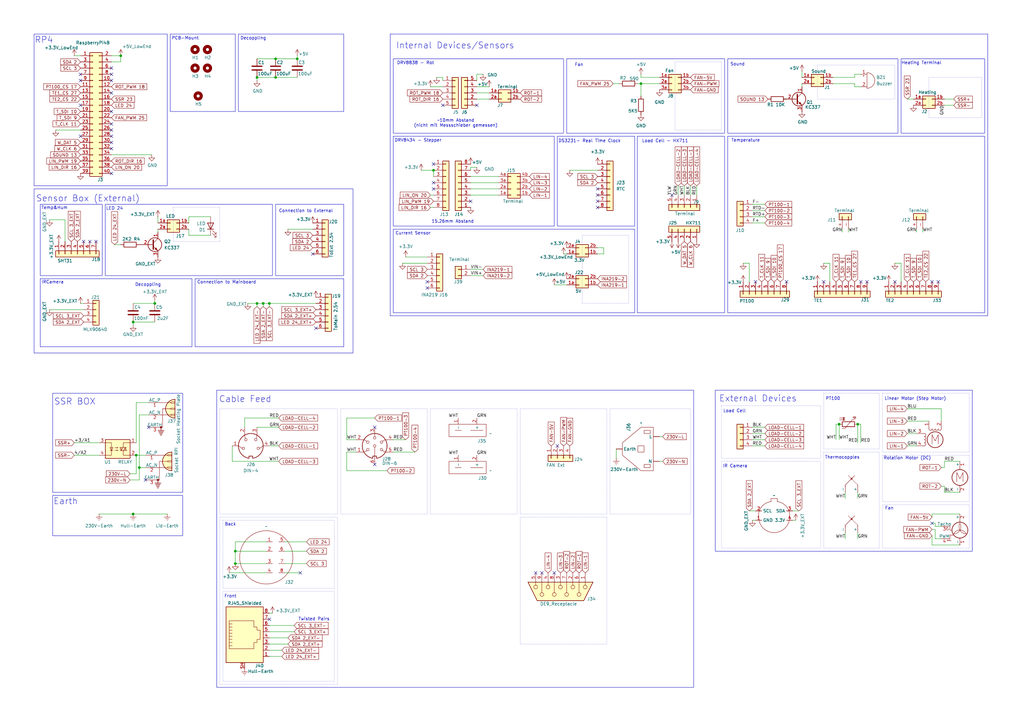
<source format=kicad_sch>
(kicad_sch (version 20231120) (generator "eeschema") (generator_version "8.0")
  (paper "A3")
  (lib_symbols
    (symbol "#Connections:KaltgeräteStecker"
      (property "Reference" "J" (at 6.096 13.208 0))
      (symbol "KaltgeräteStecker_1_1"
        (pin power_in line (at 0 16.51 270) (length 2.54) (name "Earth") (number ""))
        (pin power_in line (at 5.08 -1.27 90) (length 2.54) (name "L") (number ""))
        (pin power_in line (at -5.08 -1.27 90) (length 2.54) (name "N") (number ""))
      )
    )
    (symbol "#Connections:RJ45_Socket"
      (property "Reference" "J" (at 7.62 -9.906 0))
      (symbol "RJ45_Socket_1_1"
        (pin unspecified line (at 0 6.35 0) (length 2.54) (name "") (number "1"))
        (pin unspecified line (at 0 2.54 0) (length 2.54) (name "") (number "2"))
        (pin unspecified line (at 0 -2.54 0) (length 2.54) (name "") (number "3"))
        (pin unspecified line (at 0 -6.35 0) (length 2.54) (name "") (number "4"))
        (pin unspecified line (at 7.62 6.35 180) (length 2.54) (name "") (number "5"))
        (pin unspecified line (at 7.62 2.54 180) (length 2.54) (name "") (number "6"))
        (pin unspecified line (at 7.62 -2.54 180) (length 2.54) (name "") (number "7"))
        (pin unspecified line (at 7.62 -6.35 180) (length 2.54) (name "") (number "8"))
      )
    )
    (symbol "#Connections:TE-Socket"
      (property "Reference" "J" (at 8.89 -1.524 0))
      (symbol "TE-Socket_1_1"
        (pin unspecified line (at -3.81 5.08 270) (length 2.54) (name "-") (number "1"))
        (pin unspecified line (at 3.81 5.08 270) (length 2.54) (name "+") (number "2"))
      )
    )
    (symbol "#Devices:IR-Cam"
      (property "Reference" "U2" (at 0 8.636 0))
      (property "Value" "~" (at 0 8.89 0))
      (symbol "IR-Cam_1_1"
        (pin bidirectional line (at -7.62 -1.27 0) (length 2.54) (name "GND") (number "1"))
        (pin unspecified line (at -7.62 2.54 0) (length 2.54) (name "SCL") (number "2"))
        (pin unspecified line (at 7.62 2.54 180) (length 2.54) (name "SDA") (number "3"))
        (pin unspecified line (at 7.62 -1.27 180) (length 2.54) (name "3.3V") (number "4"))
      )
    )
    (symbol "Conn_01x02_2" (pin_names (offset 1.016) hide)
      (property "Reference" "J29" (at -1.2701 2.54 90))
      (property "Value" "Terminal" (at 2.54 -5.08 90))
      (symbol "Conn_01x02_2_1_1"
        (pin passive line (at -5.08 0 0) (length 3.81) (name "Pin_1") (number "+"))
        (pin passive line (at -5.08 -2.54 0) (length 3.81) (name "+") (number "-"))
      )
    )
    (symbol "Connector:Conn_WallSocket_Earth" (pin_names (offset 0))
      (property "Reference" "J" (at 3.81 6.985 0))
      (property "Value" "Conn_WallSocket_Earth" (at 7.62 2.54 90))
      (symbol "Conn_WallSocket_Earth_1_1"
        (pin power_in line (at -5.08 5.08 0) (length 5.08) (name "AC_P") (number "1"))
        (pin power_in line (at -5.08 0 0) (length 5.08) (name "AC_N") (number "2"))
        (pin passive line (at -5.08 -5.08 0) (length 5.08) (name "EARTH") (number "3"))
      )
    )
    (symbol "Connector:DE9_Receptacle" (pin_names (offset 1.016) hide)
      (property "Reference" "J" (at 0 13.97 0))
      (property "Value" "DE9_Receptacle" (at 0 -14.605 0))
      (symbol "DE9_Receptacle_1_1"
        (pin passive line (at -7.62 10.16 0) (length 3.81) (name "1") (number "1"))
        (pin passive line (at -7.62 5.08 0) (length 3.81) (name "2") (number "2"))
        (pin passive line (at -7.62 0 0) (length 3.81) (name "3") (number "3"))
        (pin passive line (at -7.62 -5.08 0) (length 3.81) (name "4") (number "4"))
        (pin passive line (at -7.62 -10.16 0) (length 3.81) (name "5") (number "5"))
        (pin passive line (at -7.62 7.62 0) (length 3.81) (name "6") (number "6"))
        (pin passive line (at -7.62 2.54 0) (length 3.81) (name "7") (number "7"))
        (pin passive line (at -7.62 -2.54 0) (length 3.81) (name "8") (number "8"))
        (pin passive line (at -7.62 -7.62 0) (length 3.81) (name "9") (number "9"))
      )
    )
    (symbol "Connector:DIN-4" (pin_names (offset 1.016))
      (property "Reference" "J" (at 5.334 5.08 0))
      (property "Value" "DIN-4" (at 0 -6.35 0))
      (symbol "DIN-4_1_1"
        (pin passive line (at -7.62 0 0) (length 2.54) (name "~") (number "1"))
        (pin passive line (at -2.54 7.62 270) (length 2.54) (name "~") (number "2"))
        (pin passive line (at 2.54 7.62 270) (length 2.54) (name "~") (number "3"))
        (pin passive line (at 7.62 0 180) (length 2.54) (name "~") (number "4"))
      )
    )
    (symbol "Connector:DIN-6" (pin_names (offset 1.016))
      (property "Reference" "J" (at 3.175 5.715 0))
      (property "Value" "DIN-6" (at 4.445 -4.445 0))
      (symbol "DIN-6_1_1"
        (pin passive line (at -7.62 -2.54 0) (length 2.54) (name "~") (number "1"))
        (pin passive line (at -7.62 2.54 0) (length 2.54) (name "~") (number "2"))
        (pin passive line (at 0 7.62 270) (length 2.54) (name "~") (number "3"))
        (pin passive line (at 7.62 2.54 180) (length 2.54) (name "~") (number "4"))
        (pin passive line (at 7.62 -2.54 180) (length 2.54) (name "~") (number "5"))
        (pin passive line (at 0 -7.62 90) (length 2.54) (name "~") (number "6"))
      )
    )
    (symbol "Connector:RJ45_Shielded" (pin_names (offset 1.016))
      (property "Reference" "J" (at -5.08 13.97 0))
      (property "Value" "RJ45_Shielded" (at 2.54 13.97 0))
      (symbol "RJ45_Shielded_1_1"
        (pin passive line (at 10.16 -7.62 180) (length 2.54) (name "~") (number "1"))
        (pin passive line (at 10.16 -5.08 180) (length 2.54) (name "~") (number "2"))
        (pin passive line (at 10.16 -2.54 180) (length 2.54) (name "~") (number "3"))
        (pin passive line (at 10.16 0 180) (length 2.54) (name "~") (number "4"))
        (pin passive line (at 10.16 2.54 180) (length 2.54) (name "~") (number "5"))
        (pin passive line (at 10.16 5.08 180) (length 2.54) (name "~") (number "6"))
        (pin passive line (at 10.16 7.62 180) (length 2.54) (name "~") (number "7"))
        (pin passive line (at 10.16 10.16 180) (length 2.54) (name "~") (number "8"))
        (pin passive line (at 0 -12.7 90) (length 2.54) (name "~") (number "SH"))
      )
    )
    (symbol "Connector_Generic:Conn_01x02" (pin_names (offset 1.016) hide)
      (property "Reference" "J" (at 0 2.54 0))
      (property "Value" "Conn_01x02" (at 0 -5.08 0))
      (symbol "Conn_01x02_1_1"
        (pin passive line (at -5.08 0 0) (length 3.81) (name "Pin_1") (number "1"))
        (pin passive line (at -5.08 -2.54 0) (length 3.81) (name "Pin_2") (number "2"))
      )
    )
    (symbol "Connector_Generic:Conn_01x04" (pin_names (offset 1.016) hide)
      (property "Reference" "J" (at 0 5.08 0))
      (property "Value" "Conn_01x04" (at 0 -7.62 0))
      (symbol "Conn_01x04_1_1"
        (pin passive line (at -5.08 2.54 0) (length 3.81) (name "Pin_1") (number "1"))
        (pin passive line (at -5.08 0 0) (length 3.81) (name "Pin_2") (number "2"))
        (pin passive line (at -5.08 -2.54 0) (length 3.81) (name "Pin_3") (number "3"))
        (pin passive line (at -5.08 -5.08 0) (length 3.81) (name "Pin_4") (number "4"))
      )
    )
    (symbol "Connector_Generic:Conn_01x05" (pin_names (offset 1.016) hide)
      (property "Reference" "J" (at 0 7.62 0))
      (property "Value" "Conn_01x05" (at 0 -7.62 0))
      (symbol "Conn_01x05_1_1"
        (pin passive line (at -5.08 5.08 0) (length 3.81) (name "Pin_1") (number "1"))
        (pin passive line (at -5.08 2.54 0) (length 3.81) (name "Pin_2") (number "2"))
        (pin passive line (at -5.08 0 0) (length 3.81) (name "Pin_3") (number "3"))
        (pin passive line (at -5.08 -2.54 0) (length 3.81) (name "Pin_4") (number "4"))
        (pin passive line (at -5.08 -5.08 0) (length 3.81) (name "Pin_5") (number "5"))
      )
    )
    (symbol "Connector_Generic:Conn_01x06" (pin_names (offset 1.016) hide)
      (property "Reference" "J" (at 0 7.62 0))
      (property "Value" "Conn_01x06" (at 0 -10.16 0))
      (symbol "Conn_01x06_1_1"
        (pin passive line (at -5.08 5.08 0) (length 3.81) (name "Pin_1") (number "1"))
        (pin passive line (at -5.08 2.54 0) (length 3.81) (name "Pin_2") (number "2"))
        (pin passive line (at -5.08 0 0) (length 3.81) (name "Pin_3") (number "3"))
        (pin passive line (at -5.08 -2.54 0) (length 3.81) (name "Pin_4") (number "4"))
        (pin passive line (at -5.08 -5.08 0) (length 3.81) (name "Pin_5") (number "5"))
        (pin passive line (at -5.08 -7.62 0) (length 3.81) (name "Pin_6") (number "6"))
      )
    )
    (symbol "Connector_Generic:Conn_01x07" (pin_names (offset 1.016) hide)
      (property "Reference" "J" (at 0 10.16 0))
      (property "Value" "Conn_01x07" (at 0 -10.16 0))
      (symbol "Conn_01x07_1_1"
        (pin passive line (at -5.08 7.62 0) (length 3.81) (name "Pin_1") (number "1"))
        (pin passive line (at -5.08 5.08 0) (length 3.81) (name "Pin_2") (number "2"))
        (pin passive line (at -5.08 2.54 0) (length 3.81) (name "Pin_3") (number "3"))
        (pin passive line (at -5.08 0 0) (length 3.81) (name "Pin_4") (number "4"))
        (pin passive line (at -5.08 -2.54 0) (length 3.81) (name "Pin_5") (number "5"))
        (pin passive line (at -5.08 -5.08 0) (length 3.81) (name "Pin_6") (number "6"))
        (pin passive line (at -5.08 -7.62 0) (length 3.81) (name "Pin_7") (number "7"))
      )
    )
    (symbol "Connector_Generic:Conn_01x08" (pin_names (offset 1.016) hide)
      (property "Reference" "J" (at 0 10.16 0))
      (property "Value" "Conn_01x08" (at 0 -12.7 0))
      (symbol "Conn_01x08_1_1"
        (pin passive line (at -5.08 7.62 0) (length 3.81) (name "Pin_1") (number "1"))
        (pin passive line (at -5.08 5.08 0) (length 3.81) (name "Pin_2") (number "2"))
        (pin passive line (at -5.08 2.54 0) (length 3.81) (name "Pin_3") (number "3"))
        (pin passive line (at -5.08 0 0) (length 3.81) (name "Pin_4") (number "4"))
        (pin passive line (at -5.08 -2.54 0) (length 3.81) (name "Pin_5") (number "5"))
        (pin passive line (at -5.08 -5.08 0) (length 3.81) (name "Pin_6") (number "6"))
        (pin passive line (at -5.08 -7.62 0) (length 3.81) (name "Pin_7") (number "7"))
        (pin passive line (at -5.08 -10.16 0) (length 3.81) (name "Pin_8") (number "8"))
      )
    )
    (symbol "Connector_Generic:Conn_01x09" (pin_names (offset 1.016) hide)
      (property "Reference" "J" (at 0 12.7 0))
      (property "Value" "Conn_01x09" (at 0 -12.7 0))
      (symbol "Conn_01x09_1_1"
        (pin passive line (at -5.08 10.16 0) (length 3.81) (name "Pin_1") (number "1"))
        (pin passive line (at -5.08 7.62 0) (length 3.81) (name "Pin_2") (number "2"))
        (pin passive line (at -5.08 5.08 0) (length 3.81) (name "Pin_3") (number "3"))
        (pin passive line (at -5.08 2.54 0) (length 3.81) (name "Pin_4") (number "4"))
        (pin passive line (at -5.08 0 0) (length 3.81) (name "Pin_5") (number "5"))
        (pin passive line (at -5.08 -2.54 0) (length 3.81) (name "Pin_6") (number "6"))
        (pin passive line (at -5.08 -5.08 0) (length 3.81) (name "Pin_7") (number "7"))
        (pin passive line (at -5.08 -7.62 0) (length 3.81) (name "Pin_8") (number "8"))
        (pin passive line (at -5.08 -10.16 0) (length 3.81) (name "Pin_9") (number "9"))
      )
    )
    (symbol "Connector_Generic:Conn_02x02_Row_Letter_Last" (pin_names (offset 1.016) hide)
      (property "Reference" "J" (at 1.27 2.54 0))
      (property "Value" "Conn_02x02_Row_Letter_Last" (at 1.27 -5.08 0))
      (symbol "Conn_02x02_Row_Letter_Last_1_1"
        (pin passive line (at -5.08 0 0) (length 3.81) (name "Pin_1a") (number "1a"))
        (pin passive line (at 7.62 0 180) (length 3.81) (name "Pin_1b") (number "1b"))
        (pin passive line (at -5.08 -2.54 0) (length 3.81) (name "Pin_2a") (number "2a"))
        (pin passive line (at 7.62 -2.54 180) (length 3.81) (name "Pin_2b") (number "2b"))
      )
    )
    (symbol "Connector_Generic:Conn_02x03_Row_Letter_Last" (pin_names (offset 1.016) hide)
      (property "Reference" "J" (at 1.27 5.08 0))
      (property "Value" "Conn_02x03_Row_Letter_Last" (at 1.27 -5.08 0))
      (symbol "Conn_02x03_Row_Letter_Last_1_1"
        (pin passive line (at -5.08 2.54 0) (length 3.81) (name "Pin_1a") (number "1a"))
        (pin passive line (at 7.62 2.54 180) (length 3.81) (name "Pin_1b") (number "1b"))
        (pin passive line (at -5.08 0 0) (length 3.81) (name "Pin_2a") (number "2a"))
        (pin passive line (at 7.62 0 180) (length 3.81) (name "Pin_2b") (number "2b"))
        (pin passive line (at -5.08 -2.54 0) (length 3.81) (name "Pin_3a") (number "3a"))
        (pin passive line (at 7.62 -2.54 180) (length 3.81) (name "Pin_3b") (number "3b"))
      )
    )
    (symbol "Connector_Generic:Conn_02x04_Row_Letter_Last" (pin_names (offset 1.016) hide)
      (property "Reference" "J" (at 1.27 5.08 0))
      (property "Value" "Conn_02x04_Row_Letter_Last" (at 1.27 -7.62 0))
      (symbol "Conn_02x04_Row_Letter_Last_1_1"
        (pin passive line (at -5.08 2.54 0) (length 3.81) (name "Pin_1a") (number "1a"))
        (pin passive line (at 7.62 2.54 180) (length 3.81) (name "Pin_1b") (number "1b"))
        (pin passive line (at -5.08 0 0) (length 3.81) (name "Pin_2a") (number "2a"))
        (pin passive line (at 7.62 0 180) (length 3.81) (name "Pin_2b") (number "2b"))
        (pin passive line (at -5.08 -2.54 0) (length 3.81) (name "Pin_3a") (number "3a"))
        (pin passive line (at 7.62 -2.54 180) (length 3.81) (name "Pin_3b") (number "3b"))
        (pin passive line (at -5.08 -5.08 0) (length 3.81) (name "Pin_4a") (number "4a"))
        (pin passive line (at 7.62 -5.08 180) (length 3.81) (name "Pin_4b") (number "4b"))
      )
    )
    (symbol "Connector_Generic:Conn_02x20_Odd_Even" (pin_names (offset 1.016) hide)
      (property "Reference" "J" (at 1.27 25.4 0))
      (property "Value" "Conn_02x20_Odd_Even" (at 1.27 -27.94 0))
      (symbol "Conn_02x20_Odd_Even_1_1"
        (pin passive line (at -5.08 22.86 0) (length 3.81) (name "Pin_1") (number "1"))
        (pin passive line (at 7.62 12.7 180) (length 3.81) (name "Pin_10") (number "10"))
        (pin passive line (at -5.08 10.16 0) (length 3.81) (name "Pin_11") (number "11"))
        (pin passive line (at 7.62 10.16 180) (length 3.81) (name "Pin_12") (number "12"))
        (pin passive line (at -5.08 7.62 0) (length 3.81) (name "Pin_13") (number "13"))
        (pin passive line (at 7.62 7.62 180) (length 3.81) (name "Pin_14") (number "14"))
        (pin passive line (at -5.08 5.08 0) (length 3.81) (name "Pin_15") (number "15"))
        (pin passive line (at 7.62 5.08 180) (length 3.81) (name "Pin_16") (number "16"))
        (pin passive line (at -5.08 2.54 0) (length 3.81) (name "Pin_17") (number "17"))
        (pin passive line (at 7.62 2.54 180) (length 3.81) (name "Pin_18") (number "18"))
        (pin passive line (at -5.08 0 0) (length 3.81) (name "Pin_19") (number "19"))
        (pin passive line (at 7.62 22.86 180) (length 3.81) (name "Pin_2") (number "2"))
        (pin passive line (at 7.62 0 180) (length 3.81) (name "Pin_20") (number "20"))
        (pin passive line (at -5.08 -2.54 0) (length 3.81) (name "Pin_21") (number "21"))
        (pin passive line (at 7.62 -2.54 180) (length 3.81) (name "Pin_22") (number "22"))
        (pin passive line (at -5.08 -5.08 0) (length 3.81) (name "Pin_23") (number "23"))
        (pin passive line (at 7.62 -5.08 180) (length 3.81) (name "Pin_24") (number "24"))
        (pin passive line (at -5.08 -7.62 0) (length 3.81) (name "Pin_25") (number "25"))
        (pin passive line (at 7.62 -7.62 180) (length 3.81) (name "Pin_26") (number "26"))
        (pin passive line (at -5.08 -10.16 0) (length 3.81) (name "Pin_27") (number "27"))
        (pin passive line (at 7.62 -10.16 180) (length 3.81) (name "Pin_28") (number "28"))
        (pin passive line (at -5.08 -12.7 0) (length 3.81) (name "Pin_29") (number "29"))
        (pin passive line (at -5.08 20.32 0) (length 3.81) (name "Pin_3") (number "3"))
        (pin passive line (at 7.62 -12.7 180) (length 3.81) (name "Pin_30") (number "30"))
        (pin passive line (at -5.08 -15.24 0) (length 3.81) (name "Pin_31") (number "31"))
        (pin passive line (at 7.62 -15.24 180) (length 3.81) (name "Pin_32") (number "32"))
        (pin passive line (at -5.08 -17.78 0) (length 3.81) (name "Pin_33") (number "33"))
        (pin passive line (at 7.62 -17.78 180) (length 3.81) (name "Pin_34") (number "34"))
        (pin passive line (at -5.08 -20.32 0) (length 3.81) (name "Pin_35") (number "35"))
        (pin passive line (at 7.62 -20.32 180) (length 3.81) (name "Pin_36") (number "36"))
        (pin passive line (at -5.08 -22.86 0) (length 3.81) (name "Pin_37") (number "37"))
        (pin passive line (at 7.62 -22.86 180) (length 3.81) (name "Pin_38") (number "38"))
        (pin passive line (at -5.08 -25.4 0) (length 3.81) (name "Pin_39") (number "39"))
        (pin passive line (at 7.62 20.32 180) (length 3.81) (name "Pin_4") (number "4"))
        (pin passive line (at 7.62 -25.4 180) (length 3.81) (name "Pin_40") (number "40"))
        (pin passive line (at -5.08 17.78 0) (length 3.81) (name "Pin_5") (number "5"))
        (pin passive line (at 7.62 17.78 180) (length 3.81) (name "Pin_6") (number "6"))
        (pin passive line (at -5.08 15.24 0) (length 3.81) (name "Pin_7") (number "7"))
        (pin passive line (at 7.62 15.24 180) (length 3.81) (name "Pin_8") (number "8"))
        (pin passive line (at -5.08 12.7 0) (length 3.81) (name "Pin_9") (number "9"))
      )
    )
    (symbol "Device:Buzzer" (pin_names (offset 0.0254) hide)
      (property "Reference" "BZ" (at 3.81 1.27 0))
      (property "Value" "Buzzer" (at 3.81 -1.27 0))
      (symbol "Buzzer_1_1"
        (pin passive line (at -2.54 2.54 0) (length 2.54) (name "+") (number "1"))
        (pin passive line (at -2.54 -2.54 0) (length 2.54) (name "-") (number "2"))
      )
    )
    (symbol "Device:C" (pin_numbers hide) (pin_names (offset 0.254))
      (property "Reference" "C" (at 0.635 2.54 0))
      (property "Value" "C" (at 0.635 -2.54 0))
      (symbol "C_1_1"
        (pin passive line (at 0 3.81 270) (length 2.794) (name "~") (number "1"))
        (pin passive line (at 0 -3.81 90) (length 2.794) (name "~") (number "2"))
      )
    )
    (symbol "Device:LED" (pin_numbers hide) (pin_names (offset 1.016) hide)
      (property "Reference" "D" (at 0 2.54 0))
      (property "Value" "LED" (at 0 -2.54 0))
      (symbol "LED_1_1"
        (pin passive line (at -3.81 0 0) (length 2.54) (name "K") (number "1"))
        (pin passive line (at 3.81 0 180) (length 2.54) (name "A") (number "2"))
      )
    )
    (symbol "Device:R" (pin_numbers hide) (pin_names (offset 0))
      (property "Reference" "R" (at 2.032 0 90))
      (property "Value" "R" (at 0 0 90))
      (symbol "R_1_1"
        (pin passive line (at 0 3.81 270) (length 1.27) (name "~") (number "1"))
        (pin passive line (at 0 -3.81 90) (length 1.27) (name "~") (number "2"))
      )
    )
    (symbol "Device:Thermocouple" (pin_numbers hide) (pin_names (offset 0))
      (property "Reference" "TC" (at -3.048 3.81 0))
      (property "Value" "Thermocouple" (at -5.08 -4.064 0))
      (symbol "Thermocouple_1_1"
        (pin passive line (at 2.54 2.54 180) (length 2.54) (name "+") (number "1"))
        (pin passive line (at 2.54 -2.54 180) (length 2.54) (name "-") (number "2"))
      )
    )
    (symbol "Mechanical:MountingHole" (pin_names (offset 1.016)) (exclude_from_sim yes) (in_bom no)
      (property "Reference" "H" (at 0 5.08 0))
      (property "Value" "MountingHole" (at 0 3.175 0))
    )
    (symbol "Motor:Fan_4pin" (pin_names (offset 0))
      (property "Reference" "M" (at 2.54 5.08 0))
      (property "Value" "Fan_4pin" (at 2.54 -2.54 0))
      (symbol "Fan_4pin_1_1"
        (pin passive line (at 0 -5.08 90) (length 2.54) (name "-") (number "1"))
        (pin passive line (at 0 7.62 270) (length 2.54) (name "+") (number "2"))
        (pin passive line (at -7.62 2.54 0) (length 2.54) (name "Tacho") (number "3"))
        (pin input line (at -7.62 -2.54 0) (length 2.54) (name "PWM") (number "4"))
      )
    )
    (symbol "Motor:Motor_DC" (pin_names (offset 0))
      (property "Reference" "M" (at 2.54 2.54 0))
      (property "Value" "Motor_DC" (at 2.54 -5.08 0))
      (symbol "Motor_DC_1_1"
        (pin passive line (at 0 5.08 270) (length 2.54) (name "+") (number "1"))
        (pin passive line (at 0 -7.62 90) (length 2.54) (name "-") (number "2"))
      )
    )
    (symbol "Motor:Stepper_Motor_bipolar" (pin_names (offset 0) hide)
      (property "Reference" "M" (at 3.81 2.54 0))
      (property "Value" "Stepper_Motor_bipolar" (at 3.81 1.27 0))
      (symbol "Stepper_Motor_bipolar_1_1"
        (pin passive line (at -2.54 7.62 270) (length 2.54) (name "~") (number "1"))
        (pin passive line (at 2.54 7.62 270) (length 2.54) (name "-") (number "2"))
        (pin passive line (at -7.62 2.54 0) (length 2.54) (name "~") (number "3"))
        (pin passive line (at -7.62 -2.54 0) (length 2.54) (name "~") (number "4"))
      )
    )
    (symbol "Relay_SolidState:S102S01"
      (property "Reference" "U" (at -5.08 5.08 0))
      (property "Value" "S102S01" (at 0 5.08 0))
      (symbol "S102S01_1_1"
        (pin passive line (at 7.62 2.54 180) (length 2.54) (name "~") (number "1"))
        (pin passive line (at 7.62 -2.54 180) (length 2.54) (name "~") (number "2"))
        (pin passive line (at -7.62 2.54 0) (length 2.54) (name "~") (number "3"))
        (pin passive line (at -7.62 -2.54 0) (length 2.54) (name "~") (number "4"))
      )
    )
    (symbol "Sensor_Temperature:PT100" (pin_numbers hide) (pin_names (offset 0))
      (property "Reference" "TH" (at -4.445 0 90))
      (property "Value" "PT100" (at 3.175 0 90))
      (symbol "PT100_1_1"
        (pin passive line (at 0 3.81 270) (length 1.27) (name "~") (number "1"))
        (pin passive line (at 0 -3.81 90) (length 1.27) (name "~") (number "2"))
      )
    )
    (symbol "Transistor_BJT:BC337" (pin_names (offset 0) hide)
      (property "Reference" "Q" (at 5.08 1.905 0))
      (property "Value" "BC337" (at 5.08 0 0))
      (symbol "BC337_1_1"
        (pin passive line (at 2.54 5.08 270) (length 2.54) (name "C") (number "1"))
        (pin input line (at -5.08 0 0) (length 5.08) (name "B") (number "2"))
        (pin passive line (at 2.54 -5.08 90) (length 2.54) (name "E") (number "3"))
      )
    )
    (symbol "power:+3.3V" (power) (pin_numbers hide) (pin_names (offset 0) hide)
      (property "Value" "+3.3V" (at 0 3.556 0))
      (symbol "+3.3V_1_1"
        (pin power_in line (at 0 0 90) (length 0) (name "~") (number "1"))
      )
    )
    (symbol "power:+3.3VA" (power) (pin_numbers hide) (pin_names (offset 0) hide)
      (property "Value" "+3.3VA" (at 0 3.556 0))
      (symbol "+3.3VA_1_1"
        (pin power_in line (at 0 0 90) (length 0) (name "~") (number "1"))
      )
    )
    (symbol "power:+5V" (power) (pin_numbers hide) (pin_names (offset 0) hide)
      (property "Value" "+5V" (at 0 3.556 0))
      (symbol "+5V_1_1"
        (pin power_in line (at 0 0 90) (length 0) (name "~") (number "1"))
      )
    )
    (symbol "power:Earth" (power) (pin_numbers hide) (pin_names (offset 0) hide)
      (property "Value" "Earth" (at 0 -3.81 0))
      (symbol "Earth_1_1"
        (pin power_in line (at 0 0 270) (length 0) (name "~") (number "1"))
      )
    )
    (symbol "power:GND" (power) (pin_numbers hide) (pin_names (offset 0) hide)
      (property "Value" "GND" (at 0 -3.81 0))
      (symbol "GND_1_1"
        (pin power_in line (at 0 0 270) (length 0) (name "~") (number "1"))
      )
    )
    (symbol "power:GND1" (power) (pin_numbers hide) (pin_names (offset 0) hide)
      (property "Value" "GND1" (at 0 -3.81 0))
      (symbol "GND1_1_1"
        (pin power_in line (at 0 0 270) (length 0) (name "~") (number "1"))
      )
    )
  )
  (junction (at 54.61 132.08))
  (junction (at 344.17 173.99))
  (junction (at 96.52 226.06))
  (junction (at 113.03 24.13))
  (junction (at 262.89 34.29))
  (junction (at 96.52 231.14))
  (junction (at 177.8 69.85))
  (junction (at 113.03 31.75))
  (junction (at 49.53 22.86))
  (junction (at 105.41 124.46))
  (junction (at 54.61 210.82))
  (junction (at 351.79 173.99))
  (junction (at 63.5 124.46))
  (junction (at 107.95 124.46))
  (junction (at 110.49 124.46))
  (junction (at 121.92 24.13))
  (junction (at 55.88 186.69))
  (junction (at 105.41 31.75))
  (junction (at 57.15 191.77))
  (no_connect (at 382.27 214.63))
  (no_connect (at 245.11 82.55))
  (no_connect (at 193.04 82.55))
  (no_connect (at 45.72 33.02))
  (no_connect (at 367.03 115.57))
  (no_connect (at 128.27 104.14))
  (no_connect (at 275.59 80.01))
  (no_connect (at 382.27 115.57))
  (no_connect (at 219.71 234.95))
  (no_connect (at 45.72 55.88))
  (no_connect (at 45.72 50.8))
  (no_connect (at 45.72 53.34))
  (no_connect (at 175.26 115.57))
  (no_connect (at 45.72 30.48))
  (no_connect (at 322.58 115.57))
  (no_connect (at 33.02 30.48))
  (no_connect (at 36.83 99.06))
  (no_connect (at 245.11 85.09))
  (no_connect (at 245.11 80.01))
  (no_connect (at 195.58 43.18))
  (no_connect (at 45.72 58.42))
  (no_connect (at 384.81 115.57))
  (no_connect (at 227.33 234.95))
  (no_connect (at 177.8 77.47))
  (no_connect (at 177.8 67.31))
  (no_connect (at 60.96 175.26))
  (no_connect (at 228.6 182.88))
  (no_connect (at 177.8 74.93))
  (no_connect (at 355.6 115.57))
  (no_connect (at 181.61 43.18))
  (no_connect (at 33.02 43.18))
  (no_connect (at 34.29 99.06))
  (no_connect (at 45.72 45.72))
  (no_connect (at 245.11 77.47))
  (no_connect (at 153.67 175.26))
  (no_connect (at 175.26 118.11))
  (no_connect (at 337.82 115.57))
  (no_connect (at 129.54 134.62))
  (no_connect (at 222.25 234.95))
  (no_connect (at 309.88 115.57))
  (no_connect (at 45.72 38.1))
  (no_connect (at 59.69 196.85))
  (no_connect (at 123.19 234.95))
  (no_connect (at 45.72 71.12))
  (no_connect (at 110.49 254))
  (no_connect (at 45.72 27.94))
  (no_connect (at 153.67 190.5))
  (no_connect (at 45.72 60.96))
  (no_connect (at 39.37 99.06))
  (no_connect (at 353.06 115.57))
  (no_connect (at 33.02 33.02))
  (no_connect (at 33.02 55.88))
  (wire (pts (xy 55.88 165.1) (xy 55.88 181.61)))
  (wire (pts (xy 245.11 101.6) (xy 247.65 101.6)))
  (wire (pts (xy 142.24 180.34) (xy 146.05 180.34)))
  (wire (pts (xy 198.12 113.03) (xy 193.04 113.03)))
  (wire (pts (xy 30.48 22.86) (xy 33.02 22.86)))
  (wire (pts (xy 372.11 177.8) (xy 375.92 177.8)))
  (wire (pts (xy 63.5 123.19) (xy 63.5 124.46)))
  (wire (pts (xy 313.69 83.82) (xy 308.61 83.82)))
  (wire (pts (xy 351.79 220.98) (xy 351.79 218.44)))
  (wire (pts (xy 77.47 96.52) (xy 77.47 93.98)))
  (wire (pts (xy 313.69 175.26) (xy 308.61 175.26)))
  (wire (pts (xy 114.3 175.26) (xy 105.41 175.26)))
  (wire (pts (xy 386.08 167.64) (xy 386.08 172.72)))
  (wire (pts (xy 54.61 133.35) (xy 54.61 132.08)))
  (wire (pts (xy 46.99 100.33) (xy 49.53 100.33)))
  (wire (pts (xy 387.35 191.77) (xy 387.35 189.23)))
  (wire (pts (xy 22.86 53.34) (xy 33.02 53.34)))
  (wire (pts (xy 113.03 24.13) (xy 121.92 24.13)))
  (wire (pts (xy 125.73 226.06) (xy 116.84 226.06)))
  (wire (pts (xy 383.54 214.63) (xy 383.54 215.9)))
  (wire (pts (xy 313.69 180.34) (xy 308.61 180.34)))
  (wire (pts (xy 350.52 34.29) (xy 350.52 35.56)))
  (wire (pts (xy 114.3 182.88) (xy 110.49 182.88)))
  (wire (pts (xy 57.15 170.18) (xy 60.96 170.18)))
  (wire (pts (xy 322.58 40.64) (xy 321.31 40.64)))
  (wire (pts (xy 114.3 171.45) (xy 100.33 171.45)))
  (wire (pts (xy 304.8 107.95) (xy 307.34 107.95)))
  (wire (pts (xy 372.11 40.64) (xy 374.65 40.64)))
  (wire (pts (xy 55.88 194.31) (xy 55.88 186.69)))
  (wire (pts (xy 111.76 251.46) (xy 110.49 251.46)))
  (wire (pts (xy 313.69 91.44) (xy 308.61 91.44)))
  (wire (pts (xy 247.65 101.6) (xy 247.65 104.14)))
  (wire (pts (xy 110.49 266.7) (xy 115.57 266.7)))
  (wire (pts (xy 383.54 217.17) (xy 382.27 217.17)))
  (wire (pts (xy 387.35 189.23) (xy 393.7 189.23)))
  (wire (pts (xy 262.89 39.37) (xy 262.89 34.29)))
  (wire (pts (xy 391.16 43.18) (xy 387.35 43.18)))
  (wire (pts (xy 20.32 90.17) (xy 26.67 90.17)))
  (wire (pts (xy 105.41 24.13) (xy 113.03 24.13)))
  (wire (pts (xy 62.23 63.5) (xy 45.72 63.5)))
  (wire (pts (xy 262.89 34.29) (xy 270.51 34.29)))
  (wire (pts (xy 346.71 220.98) (xy 346.71 218.44)))
  (wire (pts (xy 328.93 34.29) (xy 328.93 35.56)))
  (wire (pts (xy 193.04 80.01) (xy 204.47 80.01)))
  (wire (pts (xy 57.15 191.77) (xy 57.15 170.18)))
  (wire (pts (xy 344.17 173.99) (xy 342.9 173.99)))
  (wire (pts (xy 181.61 31.75) (xy 179.07 31.75)))
  (wire (pts (xy 340.36 107.95) (xy 340.36 115.57)))
  (wire (pts (xy 327.66 209.55) (xy 325.12 209.55)))
  (wire (pts (xy 285.75 76.2) (xy 285.75 80.01)))
  (wire (pts (xy 313.69 88.9) (xy 308.61 88.9)))
  (wire (pts (xy 107.95 125.73) (xy 107.95 124.46)))
  (wire (pts (xy 351.79 173.99) (xy 351.79 181.61)))
  (wire (pts (xy 123.19 234.95) (xy 116.84 234.95)))
  (wire (pts (xy 350.52 30.48) (xy 350.52 31.75)))
  (wire (pts (xy 200.66 38.1) (xy 195.58 38.1)))
  (wire (pts (xy 383.54 215.9) (xy 386.08 215.9)))
  (wire (pts (xy 313.69 182.88) (xy 308.61 182.88)))
  (wire (pts (xy 105.41 125.73) (xy 105.41 124.46)))
  (wire (pts (xy 372.11 182.88) (xy 375.92 182.88)))
  (wire (pts (xy 142.24 171.45) (xy 142.24 180.34)))
  (wire (pts (xy 387.35 199.39) (xy 387.35 201.93)))
  (wire (pts (xy 262.89 30.48) (xy 262.89 31.75)))
  (wire (pts (xy 353.06 173.99) (xy 353.06 181.61)))
  (wire (pts (xy 176.53 85.09) (xy 177.8 85.09)))
  (wire (pts (xy 307.34 209.55) (xy 309.88 209.55)))
  (wire (pts (xy 372.11 172.72) (xy 381 172.72)))
  (wire (pts (xy 118.11 93.98) (xy 128.27 93.98)))
  (wire (pts (xy 351.79 173.99) (xy 353.06 173.99)))
  (wire (pts (xy 30.48 181.61) (xy 40.64 181.61)))
  (wire (pts (xy 262.89 31.75) (xy 270.51 31.75)))
  (wire (pts (xy 382.27 214.63) (xy 383.54 214.63)))
  (wire (pts (xy 110.49 259.08) (xy 120.65 259.08)))
  (wire (pts (xy 95.25 189.23) (xy 95.25 182.88)))
  (wire (pts (xy 107.95 124.46) (xy 110.49 124.46)))
  (wire (pts (xy 176.53 35.56) (xy 181.61 35.56)))
  (wire (pts (xy 307.34 107.95) (xy 307.34 115.57)))
  (wire (pts (xy 382.27 210.82) (xy 382.27 212.09)))
  (wire (pts (xy 40.64 210.82) (xy 54.61 210.82)))
  (wire (pts (xy 369.57 107.95) (xy 369.57 115.57)))
  (wire (pts (xy 113.03 31.75) (xy 121.92 31.75)))
  (wire (pts (xy 367.03 107.95) (xy 369.57 107.95)))
  (wire (pts (xy 387.35 201.93) (xy 393.7 201.93)))
  (wire (pts (xy 283.21 76.2) (xy 283.21 80.01)))
  (wire (pts (xy 96.52 231.14) (xy 96.52 226.06)))
  (wire (pts (xy 227.33 116.84) (xy 232.41 116.84)))
  (wire (pts (xy 176.53 80.01) (xy 177.8 80.01)))
  (wire (pts (xy 378.46 95.25) (xy 378.46 93.98)))
  (wire (pts (xy 383.54 220.98) (xy 383.54 217.17)))
  (wire (pts (xy 280.67 76.2) (xy 280.67 80.01)))
  (wire (pts (xy 198.12 30.48) (xy 195.58 30.48)))
  (wire (pts (xy 161.29 180.34) (xy 166.37 180.34)))
  (wire (pts (xy 326.39 213.36) (xy 325.12 213.36)))
  (wire (pts (xy 328.93 29.21) (xy 328.93 31.75)))
  (wire (pts (xy 26.67 90.17) (xy 26.67 99.06)))
  (wire (pts (xy 86.36 96.52) (xy 77.47 96.52)))
  (wire (pts (xy 386.08 199.39) (xy 387.35 199.39)))
  (wire (pts (xy 204.47 72.39) (xy 193.04 72.39)))
  (wire (pts (xy 372.11 167.64) (xy 386.08 167.64)))
  (wire (pts (xy 121.92 24.13) (xy 121.92 22.86)))
  (wire (pts (xy 110.49 264.16) (xy 118.11 264.16)))
  (wire (pts (xy 382.27 223.52) (xy 393.7 223.52)))
  (wire (pts (xy 271.78 189.23) (xy 270.51 189.23)))
  (wire (pts (xy 313.69 177.8) (xy 308.61 177.8)))
  (wire (pts (xy 346.71 204.47) (xy 346.71 201.93)))
  (wire (pts (xy 30.48 186.69) (xy 40.64 186.69)))
  (wire (pts (xy 110.49 269.24) (xy 115.57 269.24)))
  (wire (pts (xy 383.54 220.98) (xy 386.08 220.98)))
  (wire (pts (xy 53.34 196.85) (xy 57.15 196.85)))
  (wire (pts (xy 350.52 35.56) (xy 353.06 35.56)))
  (wire (pts (xy 125.73 222.25) (xy 116.84 222.25)))
  (wire (pts (xy 49.53 22.86) (xy 45.72 22.86)))
  (wire (pts (xy 49.53 22.86) (xy 49.53 25.4)))
  (wire (pts (xy 278.13 76.2) (xy 278.13 80.01)))
  (wire (pts (xy 193.04 68.58) (xy 193.04 69.85)))
  (wire (pts (xy 53.34 194.31) (xy 55.88 194.31)))
  (wire (pts (xy 308.61 213.36) (xy 309.88 213.36)))
  (wire (pts (xy 393.7 210.82) (xy 382.27 210.82)))
  (wire (pts (xy 198.12 110.49) (xy 193.04 110.49)))
  (wire (pts (xy 109.22 222.25) (xy 96.52 222.25)))
  (wire (pts (xy 391.16 40.64) (xy 387.35 40.64)))
  (wire (pts (xy 313.69 86.36) (xy 308.61 86.36)))
  (wire (pts (xy 342.9 173.99) (xy 342.9 180.34)))
  (wire (pts (xy 142.24 185.42) (xy 146.05 185.42)))
  (wire (pts (xy 261.62 34.29) (xy 262.89 34.29)))
  (wire (pts (xy 105.41 124.46) (xy 107.95 124.46)))
  (wire (pts (xy 55.88 186.69) (xy 59.69 186.69)))
  (wire (pts (xy 193.04 74.93) (xy 204.47 74.93)))
  (wire (pts (xy 96.52 222.25) (xy 96.52 226.06)))
  (wire (pts (xy 161.29 185.42) (xy 170.18 185.42)))
  (wire (pts (xy 251.46 34.29) (xy 254 34.29)))
  (wire (pts (xy 93.98 234.95) (xy 109.22 234.95)))
  (wire (pts (xy 110.49 261.62) (xy 118.11 261.62)))
  (wire (pts (xy 252.73 187.96) (xy 252.73 184.15)))
  (wire (pts (xy 247.65 104.14) (xy 245.11 104.14)))
  (wire (pts (xy 375.92 95.25) (xy 375.92 93.98)))
  (wire (pts (xy 350.52 31.75) (xy 341.63 31.75)))
  (wire (pts (xy 195.58 30.48) (xy 195.58 33.02)))
  (wire (pts (xy 105.41 33.02) (xy 105.41 31.75)))
  (wire (pts (xy 200.66 40.64) (xy 195.58 40.64)))
  (wire (pts (xy 153.67 171.45) (xy 142.24 171.45)))
  (wire (pts (xy 271.78 179.07) (xy 270.51 179.07)))
  (wire (pts (xy 337.82 107.95) (xy 340.36 107.95)))
  (wire (pts (xy 344.17 173.99) (xy 344.17 180.34)))
  (wire (pts (xy 54.61 132.08) (xy 63.5 132.08)))
  (wire (pts (xy 96.52 231.14) (xy 109.22 231.14)))
  (wire (pts (xy 200.66 35.56) (xy 195.58 35.56)))
  (wire (pts (xy 231.14 104.14) (xy 232.41 104.14)))
  (wire (pts (xy 158.75 193.04) (xy 142.24 193.04)))
  (wire (pts (xy 177.8 69.85) (xy 177.8 72.39)))
  (wire (pts (xy 101.6 124.46) (xy 105.41 124.46)))
  (wire (pts (xy 49.53 25.4) (xy 45.72 25.4)))
  (wire (pts (xy 142.24 193.04) (xy 142.24 185.42)))
  (wire (pts (xy 165.1 107.95) (xy 175.26 107.95)))
  (wire (pts (xy 110.49 125.73) (xy 110.49 124.46)))
  (wire (pts (xy 350.52 30.48) (xy 353.06 30.48)))
  (wire (pts (xy 64.77 88.9) (xy 64.77 91.44)))
  (wire (pts (xy 386.08 191.77) (xy 387.35 191.77)))
  (wire (pts (xy 166.37 105.41) (xy 175.26 105.41)))
  (wire (pts (xy 100.33 171.45) (xy 100.33 175.26)))
  (wire (pts (xy 110.49 256.54) (xy 120.65 256.54)))
  (wire (pts (xy 233.68 69.85) (xy 245.11 69.85)))
  (wire (pts (xy 350.52 34.29) (xy 341.63 34.29)))
  (wire (pts (xy 60.96 165.1) (xy 55.88 165.1)))
  (wire (pts (xy 105.41 31.75) (xy 113.03 31.75)))
  (wire (pts (xy 20.32 127) (xy 34.29 127)))
  (wire (pts (xy 54.61 210.82) (xy 68.58 210.82)))
  (wire (pts (xy 347.98 95.25) (xy 347.98 93.98)))
  (wire (pts (xy 181.61 33.02) (xy 181.61 31.75)))
  (wire (pts (xy 193.04 77.47) (xy 204.47 77.47)))
  (wire (pts (xy 110.49 124.46) (xy 129.54 124.46)))
  (wire (pts (xy 172.72 69.85) (xy 177.8 69.85)))
  (wire (pts (xy 54.61 124.46) (xy 63.5 124.46)))
  (wire (pts (xy 345.44 95.25) (xy 345.44 93.98)))
  (wire (pts (xy 382.27 219.71) (xy 382.27 223.52)))
  (wire (pts (xy 193.04 68.58) (xy 195.58 68.58)))
  (wire (pts (xy 96.52 226.06) (xy 109.22 226.06)))
  (wire (pts (xy 77.47 88.9) (xy 86.36 88.9)))
  (wire (pts (xy 33.02 124.46) (xy 34.29 124.46)))
  (wire (pts (xy 77.47 91.44) (xy 77.47 88.9)))
  (wire (pts (xy 64.77 93.98) (xy 64.77 95.25)))
  (wire (pts (xy 59.69 191.77) (xy 57.15 191.77)))
  (wire (pts (xy 351.79 204.47) (xy 351.79 201.93)))
  (wire (pts (xy 125.73 231.14) (xy 116.84 231.14)))
  (wire (pts (xy 95.25 189.23) (xy 114.3 189.23)))
  (wire (pts (xy 57.15 196.85) (xy 57.15 191.77)))
  (rectangle (start 295.91 189.23) (end 336.55 224.79) (stroke (width 0) (type dot)))
  (rectangle (start 139.7 167.64) (end 175.26 210.82) (stroke (width 0) (type dot)))
  (rectangle (start 361.95 207.01) (end 397.51 224.79) (stroke (width 0) (type dot)))
  (rectangle (start 91.44 242.57) (end 137.16 279.4) (stroke (width 0) (type dot)))
  (rectangle (start 232.41 24.13) (end 297.18 54.61))
  (rectangle (start 16.51 83.82) (end 41.91 113.03))
  (rectangle (start 238.76 96.52) (end 257.81 124.46) (stroke (width 0) (type dot)))
  (rectangle (start 213.36 167.64) (end 248.92 210.82) (stroke (width 0) (type dot)))
  (rectangle (start 381 31.75) (end 402.59 48.26) (stroke (width 0) (type dot)))
  (rectangle (start 90.17 167.64) (end 138.43 210.82) (stroke (width 0) (type dot)))
  (rectangle (start 160.02 13.97) (end 405.13 129.54))
  (rectangle (start 213.36 212.09) (end 248.92 264.16) (stroke (width 0) (type dot)))
  (rectangle (start 361.95 186.69) (end 397.51 205.74) (stroke (width 0) (type dot)))
  (rectangle (start 161.29 55.88) (end 227.33 92.71))
  (rectangle (start 276.86 25.4) (end 295.91 53.34) (stroke (width 0) (type dot)))
  (rectangle (start 16.51 114.3) (end 78.74 142.24))
  (rectangle (start 176.53 167.64) (end 212.09 210.82) (stroke (width 0) (type dot)))
  (rectangle (start 90.17 212.09) (end 138.43 280.67) (stroke (width 0) (type dot)))
  (rectangle (start 293.37 160.02) (end 398.78 226.06))
  (rectangle (start 97.79 13.97) (end 140.97 45.72))
  (rectangle (start 161.29 24.13) (end 231.14 54.61))
  (rectangle (start 13.97 13.97) (end 68.58 76.2))
  (rectangle (start 21.59 161.29) (end 74.93 201.93))
  (rectangle (start 298.45 55.88) (end 403.86 128.27))
  (rectangle (start 69.85 13.97) (end 96.52 45.72))
  (rectangle (start 335.28 26.67) (end 367.03 40.64) (stroke (width 0) (type dot)))
  (rectangle (start 21.59 203.2) (end 74.93 219.71))
  (rectangle (start 369.57 24.13) (end 403.86 54.61))
  (rectangle (start 261.366 55.88) (end 297.18 128.27))
  (rectangle (start 361.95 161.29) (end 397.51 185.42) (stroke (width 0) (type dot)))
  (rectangle (start 71.12 85.09) (end 90.17 99.06) (stroke (width 0) (type dot)))
  (rectangle (start 228.6 55.88) (end 260.35 92.71))
  (rectangle (start 337.82 185.42) (end 360.68 224.79) (stroke (width 0) (type dot)))
  (rectangle (start 80.01 114.3) (end 140.97 142.24))
  (rectangle (start 295.91 166.37) (end 336.55 187.96) (stroke (width 0) (type dot)))
  (rectangle (start 13.97 77.47) (end 144.78 144.78))
  (rectangle (start 113.03 83.82) (end 140.97 113.03))
  (rectangle (start 161.29 93.98) (end 260.35 128.27))
  (rectangle (start 250.19 167.64) (end 283.21 210.82) (stroke (width 0) (type dot)))
  (rectangle (start 88.9 160.02) (end 284.48 281.94))
  (rectangle (start 337.82 161.29) (end 360.68 184.15) (stroke (width 0) (type dot)))
  (rectangle (start 298.45 24.13) (end 368.3 54.61))
  (rectangle (start 43.18 83.82) (end 111.76 113.03))
  (rectangle (start 91.44 213.36) (end 137.16 241.3) (stroke (width 0) (type dot)))
  (text "Back" (at 94.488 215.138 0) (effects (font (size 1.27 1.27))))
  (text "Temperature" (at 305.816 57.658 0) (effects (font (size 1.27 1.27))))
  (text "PCB-Mount" (at 75.946 15.748 0) (effects (font (size 1.27 1.27))))
  (text "Thermocopples" (at 345.44 187.706 0) (effects (font (size 1.27 1.27))))
  (text "Internal Devices/Sensors" (at 186.69 18.796 0) (effects (font (size 2.54 2.54))))
  (text "SSR BOX" (at 30.734 164.846 0) (effects (font (size 2.54 2.54))))
  (text "Fan" (at 237.49 26.67 0) (effects (font (size 1.27 1.27))))
  (text "Twisted Pairs" (at 128.778 254 0) (effects (font (size 1.27 1.27))))
  (text "Connection to Mainboard" (at 92.964 115.824 0) (effects (font (size 1.27 1.27))))
  (text "~10mm Abstand\n(nicht mit Messschieber gemessen)" (at 186.944 50.546 0) (effects (font (size 1.27 1.27))))
  (text "RP4" (at 18.034 16.51 0) (effects (font (size 2.54 2.54))))
  (text "LED 24" (at 46.99 85.598 0) (effects (font (size 1.27 1.27))))
  (text "DRV8838 - Rot" (at 170.434 25.908 0) (effects (font (size 1.27 1.27))))
  (text "PT100" (at 341.63 163.576 0) (effects (font (size 1.27 1.27))))
  (text "Rotation Motor (DC)" (at 372.11 187.96 0) (effects (font (size 1.27 1.27))))
  (text "15.26mm Abstand" (at 185.674 90.932 0) (effects (font (size 1.27 1.27))))
  (text "DS3231- Real Time Clock" (at 241.808 57.912 0) (effects (font (size 1.27 1.27))))
  (text "Heating Terminal" (at 377.952 25.908 0) (effects (font (size 1.27 1.27))))
  (text "Load Cell - HX711" (at 272.796 57.912 0) (effects (font (size 1.27 1.27))))
  (text "Cable Feed" (at 100.584 163.83 0) (effects (font (size 2.54 2.54))))
  (text "Sound\n" (at 302.514 26.416 0) (effects (font (size 1.27 1.27))))
  (text "Current Sensor" (at 169.418 95.758 0) (effects (font (size 1.27 1.27))))
  (text "Connection to External" (at 125.476 86.614 0) (effects (font (size 1.27 1.27))))
  (text "Linear Motor (Step Motor)" (at 375.412 163.576 0) (effects (font (size 1.27 1.27))))
  (text "External Devices" (at 310.896 163.576 0) (effects (font (size 2.54 2.54))))
  (text "Sensor Box (External)" (at 36.068 81.534 0) (effects (font (size 2.54 2.54))))
  (text "Decoppling" (at 103.886 15.748 0) (effects (font (size 1.27 1.27))))
  (text "Load Cell" (at 301.244 168.656 0) (effects (font (size 1.27 1.27))))
  (text "Fan" (at 364.744 208.534 0) (effects (font (size 1.27 1.27))))
  (text "DRV8434 - Stepper" (at 171.45 57.658 0) (effects (font (size 1.27 1.27))))
  (text "Earth" (at 26.924 205.74 0) (effects (font (size 2.54 2.54))))
  (text "Front" (at 94.488 244.602 0) (effects (font (size 1.27 1.27))))
  (text "IR Camera" (at 301.498 191.262 0) (effects (font (size 1.27 1.27))))
  (text "Temp&Hum" (at 22.352 85.344 0) (effects (font (size 1.27 1.27))))
  (text "IRCamera" (at 21.59 115.824 0) (effects (font (size 1.27 1.27))))
  (text "Decoppling" (at 60.706 116.84 0) (effects (font (size 1.27 1.27))))
  (label "BLK" (at 372.11 177.8 0))
  (label "RED" (at 387.35 189.23 0))
  (label "GRN" (at 375.92 95.25 180))
  (label "WHT" (at 280.67 80.01 90))
  (label "RED" (at 161.29 185.42 0))
  (label "VIN-" (at 193.04 110.49 0))
  (label "WHT" (at 142.24 180.34 0))
  (label "BLK" (at 283.21 80.01 90))
  (label "RED" (at 161.29 180.34 0))
  (label "WHT" (at 344.17 180.34 0))
  (label "RED" (at 285.75 80.01 90))
  (label "BLK" (at 110.49 182.88 0))
  (label "RTD+" (at 308.61 88.9 0))
  (label "RED" (at 308.61 182.88 0))
  (label "GRN" (at 308.61 177.8 0))
  (label "RED" (at 351.79 181.61 180))
  (label "WHT" (at 346.71 204.47 180))
  (label "GRN" (at 195.58 171.45 0))
  (label "WHT" (at 187.96 186.69 180))
  (label "GRN" (at 351.79 220.98 0))
  (label "WHT" (at 142.24 185.42 0))
  (label "RTD-" (at 308.61 86.36 0))
  (label "BLU" (at 372.11 167.64 0))
  (label "F+" (at 308.61 91.44 0))
  (label "WHT" (at 378.46 95.25 0))
  (label "BLK" (at 308.61 175.26 0))
  (label "GRN" (at 110.49 175.26 0))
  (label "RED" (at 110.49 171.45 0))
  (label "WHT" (at 346.71 220.98 180))
  (label "YLW" (at 275.59 80.01 90))
  (label "WHT" (at 347.98 95.25 0))
  (label "WHT" (at 114.3 189.23 180))
  (label "GND" (at 387.35 43.18 270))
  (label "RED" (at 372.11 172.72 0))
  (label "GRN" (at 372.11 182.88 0))
  (label "RED" (at 353.06 181.61 0))
  (label "4{slash}A2" (at 30.48 186.69 0))
  (label "BLK" (at 387.35 201.93 0))
  (label "GRN" (at 278.13 80.01 90))
  (label "+3{slash}A1" (at 30.48 181.61 0))
  (label "WHT" (at 187.96 171.45 180))
  (label "GRN" (at 195.58 186.69 0))
  (label "F-" (at 308.61 83.82 0))
  (label "WHT" (at 308.61 180.34 0))
  (label "WHT" (at 342.9 180.34 180))
  (label "GRN" (at 345.44 95.25 180))
  (label "VIN+" (at 193.04 113.03 0))
  (label "GRN" (at 351.79 204.47 0))
  (global_label "LIN_DIR 16" (shape input) (at 33.02 68.58 180) (property "Intersheetrefs" "${INTERSHEET_REFS}" (effects (hide yes))))
  (global_label "TE1_CS 27" (shape input) (at 350.52 115.57 90) (property "Intersheetrefs" "${INTERSHEET_REFS}" (effects (hide yes))))
  (global_label "ROT-1" (shape input) (at 213.36 38.1 0) (property "Intersheetrefs" "${INTERSHEET_REFS}" (effects (hide yes))))
  (global_label "FAN-5V" (shape input) (at 226.06 182.88 90) (property "Intersheetrefs" "${INTERSHEET_REFS}" (effects (hide yes))))
  (global_label "SOUND 13" (shape input) (at 33.02 63.5 180) (property "Intersheetrefs" "${INTERSHEET_REFS}" (effects (hide yes))))
  (global_label "ROT-2" (shape input) (at 232.41 234.95 90) (property "Intersheetrefs" "${INTERSHEET_REFS}" (effects (hide yes))))
  (global_label "LED 24_EXT-" (shape input) (at 115.57 266.7 0) (property "Intersheetrefs" "${INTERSHEET_REFS}" (effects (hide yes))))
  (global_label "T_SDI 9" (shape input) (at 33.02 48.26 180) (property "Intersheetrefs" "${INTERSHEET_REFS}" (effects (hide yes))))
  (global_label "PT100-4" (shape input) (at 313.69 91.44 0) (property "Intersheetrefs" "${INTERSHEET_REFS}" (effects (hide yes))))
  (global_label "LOAD-CELL-3" (shape input) (at 313.69 180.34 0) (property "Intersheetrefs" "${INTERSHEET_REFS}" (effects (hide yes))))
  (global_label "SSR+" (shape input) (at 30.48 181.61 180) (property "Intersheetrefs" "${INTERSHEET_REFS}" (effects (hide yes))))
  (global_label "FAN-5V" (shape input) (at 382.27 212.09 180) (property "Intersheetrefs" "${INTERSHEET_REFS}" (effects (hide yes))))
  (global_label "PT100-3" (shape input) (at 313.69 88.9 0) (property "Intersheetrefs" "${INTERSHEET_REFS}" (effects (hide yes))))
  (global_label "SSR+" (shape input) (at 391.16 40.64 0) (property "Intersheetrefs" "${INTERSHEET_REFS}" (effects (hide yes))))
  (global_label "LED 24" (shape input) (at 125.73 222.25 0) (property "Intersheetrefs" "${INTERSHEET_REFS}" (effects (hide yes))))
  (global_label "LIN_ON 20" (shape input) (at 45.72 68.58 0) (property "Intersheetrefs" "${INTERSHEET_REFS}" (effects (hide yes))))
  (global_label "PT100_CS 17" (shape input) (at 33.02 35.56 180) (property "Intersheetrefs" "${INTERSHEET_REFS}" (effects (hide yes))))
  (global_label "PT100-1" (shape input) (at 153.67 171.45 0) (property "Intersheetrefs" "${INTERSHEET_REFS}" (effects (hide yes))))
  (global_label "T_SDI 10" (shape input) (at 347.98 115.57 90) (property "Intersheetrefs" "${INTERSHEET_REFS}" (effects (hide yes))))
  (global_label "LIN-2" (shape input) (at 372.11 177.8 180) (property "Intersheetrefs" "${INTERSHEET_REFS}" (effects (hide yes))))
  (global_label "230V-N" (shape input) (at 271.78 189.23 0) (property "Intersheetrefs" "${INTERSHEET_REFS}" (effects (hide yes))))
  (global_label "SDA 2_EXT-" (shape input) (at 118.11 261.62 0) (property "Intersheetrefs" "${INTERSHEET_REFS}" (effects (hide yes))))
  (global_label "LIN-2" (shape input) (at 234.95 234.95 90) (property "Intersheetrefs" "${INTERSHEET_REFS}" (effects (hide yes))))
  (global_label "SDA 2" (shape input) (at 125.73 226.06 0) (property "Intersheetrefs" "${INTERSHEET_REFS}" (effects (hide yes))))
  (global_label "LIN-3" (shape input) (at 229.87 234.95 90) (property "Intersheetrefs" "${INTERSHEET_REFS}" (effects (hide yes))))
  (global_label "SDA 2_EXT-" (shape input) (at 107.95 125.73 270) (property "Intersheetrefs" "${INTERSHEET_REFS}" (effects (hide yes))))
  (global_label "FAN-GND" (shape input) (at 233.68 182.88 90) (property "Intersheetrefs" "${INTERSHEET_REFS}" (effects (hide yes))))
  (global_label "SCL 3_EXT" (shape input) (at 29.21 99.06 90) (property "Intersheetrefs" "${INTERSHEET_REFS}" (effects (hide yes))))
  (global_label "SCL 3_EXT-" (shape input) (at 110.49 125.73 270) (property "Intersheetrefs" "${INTERSHEET_REFS}" (effects (hide yes))))
  (global_label "ROT_DIR 16" (shape input) (at 45.72 66.04 0) (property "Intersheetrefs" "${INTERSHEET_REFS}" (effects (hide yes))))
  (global_label "ROT-2" (shape input) (at 386.08 199.39 180) (property "Intersheetrefs" "${INTERSHEET_REFS}" (effects (hide yes))))
  (global_label "SDA 2_EXT" (shape input) (at 31.75 99.06 90) (property "Intersheetrefs" "${INTERSHEET_REFS}" (effects (hide yes))))
  (global_label "SDA 2_EXT" (shape input) (at 307.34 209.55 90) (property "Intersheetrefs" "${INTERSHEET_REFS}" (effects (hide yes))))
  (global_label "LIN_PWM 19" (shape input) (at 177.8 82.55 180) (property "Intersheetrefs" "${INTERSHEET_REFS}" (effects (hide yes))))
  (global_label "PT100-2" (shape input) (at 158.75 193.04 0) (property "Intersheetrefs" "${INTERSHEET_REFS}" (effects (hide yes))))
  (global_label "T_CLK 11" (shape input) (at 342.9 115.57 90) (property "Intersheetrefs" "${INTERSHEET_REFS}" (effects (hide yes))))
  (global_label "LOAD-CELL-4" (shape input) (at 313.69 182.88 0) (property "Intersheetrefs" "${INTERSHEET_REFS}" (effects (hide yes))))
  (global_label "SSR 23" (shape input) (at 372.11 40.64 90) (property "Intersheetrefs" "${INTERSHEET_REFS}" (effects (hide yes))))
  (global_label "SDA 2_EXT+" (shape input) (at 118.11 264.16 0) (property "Intersheetrefs" "${INTERSHEET_REFS}" (effects (hide yes))))
  (global_label "SDA 2" (shape input) (at 175.26 113.03 180) (property "Intersheetrefs" "${INTERSHEET_REFS}" (effects (hide yes))))
  (global_label "SSR-" (shape input) (at 30.48 186.69 180) (property "Intersheetrefs" "${INTERSHEET_REFS}" (effects (hide yes))))
  (global_label "LED 24" (shape input) (at 45.72 43.18 0) (property "Intersheetrefs" "${INTERSHEET_REFS}" (effects (hide yes))))
  (global_label "LIN-1" (shape input) (at 372.11 182.88 180) (property "Intersheetrefs" "${INTERSHEET_REFS}" (effects (hide yes))))
  (global_label "INA219-1" (shape input) (at 198.12 110.49 0) (property "Intersheetrefs" "${INTERSHEET_REFS}" (effects (hide yes))))
  (global_label "SSR-" (shape input) (at 391.16 43.18 0) (property "Intersheetrefs" "${INTERSHEET_REFS}" (effects (hide yes))))
  (global_label "FAN_PWM 25" (shape input) (at 251.46 34.29 180) (property "Intersheetrefs" "${INTERSHEET_REFS}" (effects (hide yes))))
  (global_label "T_CLK 11" (shape input) (at 372.11 115.57 90) (property "Intersheetrefs" "${INTERSHEET_REFS}" (effects (hide yes))))
  (global_label "SCL 3" (shape input) (at 128.27 96.52 180) (property "Intersheetrefs" "${INTERSHEET_REFS}" (effects (hide yes))))
  (global_label "LOAD-CELL-3" (shape input) (at 280.67 76.2 90) (property "Intersheetrefs" "${INTERSHEET_REFS}" (effects (hide yes))))
  (global_label "SOUND 13" (shape input) (at 314.96 40.64 180) (property "Intersheetrefs" "${INTERSHEET_REFS}" (effects (hide yes))))
  (global_label "T_SDI 10" (shape input) (at 377.19 115.57 90) (property "Intersheetrefs" "${INTERSHEET_REFS}" (effects (hide yes))))
  (global_label "FAN-GND" (shape input) (at 382.27 219.71 180) (property "Intersheetrefs" "${INTERSHEET_REFS}" (effects (hide yes))))
  (global_label "W_DAT 5" (shape input) (at 280.67 99.06 270) (property "Intersheetrefs" "${INTERSHEET_REFS}" (effects (hide yes))))
  (global_label "PT100_CS 17" (shape input) (at 320.04 115.57 90) (property "Intersheetrefs" "${INTERSHEET_REFS}" (effects (hide yes))))
  (global_label "LIN-2" (shape input) (at 217.17 77.47 0) (property "Intersheetrefs" "${INTERSHEET_REFS}" (effects (hide yes))))
  (global_label "FAN-5V" (shape input) (at 283.21 31.75 0) (property "Intersheetrefs" "${INTERSHEET_REFS}" (effects (hide yes))))
  (global_label "LIN_PWM 19" (shape input) (at 33.02 66.04 180) (property "Intersheetrefs" "${INTERSHEET_REFS}" (effects (hide yes))))
  (global_label "LIN_ON 20" (shape input) (at 176.53 80.01 180) (property "Intersheetrefs" "${INTERSHEET_REFS}" (effects (hide yes))))
  (global_label "PT100-2" (shape input) (at 313.69 86.36 0) (property "Intersheetrefs" "${INTERSHEET_REFS}" (effects (hide yes))))
  (global_label "PT100-4" (shape input) (at 170.18 185.42 90) (property "Intersheetrefs" "${INTERSHEET_REFS}" (effects (hide yes))))
  (global_label "T_CLK 11" (shape input) (at 33.02 50.8 180) (property "Intersheetrefs" "${INTERSHEET_REFS}" (effects (hide yes))))
  (global_label "LIN-1" (shape input) (at 217.17 80.01 0) (property "Intersheetrefs" "${INTERSHEET_REFS}" (effects (hide yes))))
  (global_label "SCL 3_EXT+" (shape input) (at 120.65 259.08 0) (property "Intersheetrefs" "${INTERSHEET_REFS}" (effects (hide yes))))
  (global_label "LIN-4" (shape input) (at 217.17 72.39 0) (property "Intersheetrefs" "${INTERSHEET_REFS}" (effects (hide yes))))
  (global_label "LIN-3" (shape input) (at 372.11 172.72 180) (property "Intersheetrefs" "${INTERSHEET_REFS}" (effects (hide yes))))
  (global_label "FAN-PWM" (shape input) (at 382.27 217.17 180) (property "Intersheetrefs" "${INTERSHEET_REFS}" (effects (hide yes))))
  (global_label "INA219-2" (shape input) (at 245.11 114.3 0) (property "Intersheetrefs" "${INTERSHEET_REFS}" (effects (hide yes))))
  (global_label "W_CLK 6" (shape input) (at 33.02 60.96 180) (property "Intersheetrefs" "${INTERSHEET_REFS}" (effects (hide yes))))
  (global_label "FAN_PWM 25" (shape input) (at 45.72 48.26 0) (property "Intersheetrefs" "${INTERSHEET_REFS}" (effects (hide yes))))
  (global_label "ROT-1" (shape input) (at 386.08 191.77 180) (property "Intersheetrefs" "${INTERSHEET_REFS}" (effects (hide yes))))
  (global_label "LED 24_EXT-" (shape input) (at 105.41 125.73 270) (property "Intersheetrefs" "${INTERSHEET_REFS}" (effects (hide yes))))
  (global_label "LED 24_EXT+" (shape input) (at 129.54 132.08 180) (property "Intersheetrefs" "${INTERSHEET_REFS}" (effects (hide yes))))
  (global_label "T_SDI 9" (shape input) (at 314.96 115.57 90) (property "Intersheetrefs" "${INTERSHEET_REFS}" (effects (hide yes))))
  (global_label "LOAD-CELL-4" (shape input) (at 285.75 76.2 90) (property "Intersheetrefs" "${INTERSHEET_REFS}" (effects (hide yes))))
  (global_label "230V-L" (shape input) (at 53.34 194.31 180) (property "Intersheetrefs" "${INTERSHEET_REFS}" (effects (hide yes))))
  (global_label "W_CLK 6" (shape input) (at 283.21 99.06 270) (property "Intersheetrefs" "${INTERSHEET_REFS}" (effects (hide yes))))
  (global_label "LIN-4" (shape input) (at 224.79 234.95 90) (property "Intersheetrefs" "${INTERSHEET_REFS}" (effects (hide yes))))
  (global_label "SCL 3" (shape input) (at 33.02 27.94 180) (property "Intersheetrefs" "${INTERSHEET_REFS}" (effects (hide yes))))
  (global_label "LOAD-CELL-2" (shape input) (at 114.3 175.26 0) (property "Intersheetrefs" "${INTERSHEET_REFS}" (effects (hide yes))))
  (global_label "LOAD-CELL-4" (shape input) (at 114.3 171.45 0) (property "Intersheetrefs" "${INTERSHEET_REFS}" (effects (hide yes))))
  (global_label "LOAD-CELL-1" (shape input) (at 313.69 175.26 0) (property "Intersheetrefs" "${INTERSHEET_REFS}" (effects (hide yes))))
  (global_label "LED 24" (shape input) (at 128.27 101.6 180) (property "Intersheetrefs" "${INTERSHEET_REFS}" (effects (hide yes))))
  (global_label "SCL 3" (shape input) (at 125.73 231.14 0) (property "Intersheetrefs" "${INTERSHEET_REFS}" (effects (hide yes))))
  (global_label "LOAD-CELL-3" (shape input) (at 114.3 189.23 0) (property "Intersheetrefs" "${INTERSHEET_REFS}" (effects (hide yes))))
  (global_label "SCL 3_EXT-" (shape input) (at 120.65 256.54 0) (property "Intersheetrefs" "${INTERSHEET_REFS}" (effects (hide yes))))
  (global_label "SDA 2" (shape input) (at 245.11 74.93 180) (property "Intersheetrefs" "${INTERSHEET_REFS}" (effects (hide yes))))
  (global_label "SDA 2" (shape input) (at 33.02 25.4 180) (property "Intersheetrefs" "${INTERSHEET_REFS}" (effects (hide yes))))
  (global_label "SCL 3_EXT+" (shape input) (at 129.54 127 180) (property "Intersheetrefs" "${INTERSHEET_REFS}" (effects (hide yes))))
  (global_label "SCL 3" (shape input) (at 175.26 110.49 180) (property "Intersheetrefs" "${INTERSHEET_REFS}" (effects (hide yes))))
  (global_label "LOAD-CELL-2" (shape input) (at 313.69 177.8 0) (property "Intersheetrefs" "${INTERSHEET_REFS}" (effects (hide yes))))
  (global_label "ROT_PWM 18" (shape input) (at 45.72 35.56 0) (property "Intersheetrefs" "${INTERSHEET_REFS}" (effects (hide yes))))
  (global_label "SCL 3_EXT" (shape input) (at 327.66 209.55 90) (property "Intersheetrefs" "${INTERSHEET_REFS}" (effects (hide yes))))
  (global_label "T_SDI 10" (shape input) (at 33.02 45.72 180) (property "Intersheetrefs" "${INTERSHEET_REFS}" (effects (hide yes))))
  (global_label "SDA 2" (shape input) (at 128.27 99.06 180) (property "Intersheetrefs" "${INTERSHEET_REFS}" (effects (hide yes))))
  (global_label "ROT_PWM 18" (shape input) (at 181.61 38.1 180) (property "Intersheetrefs" "${INTERSHEET_REFS}" (effects (hide yes))))
  (global_label "TE1_CS 27" (shape input) (at 33.02 38.1 180) (property "Intersheetrefs" "${INTERSHEET_REFS}" (effects (hide yes))))
  (global_label "ROT-1" (shape input) (at 237.49 234.95 90) (property "Intersheetrefs" "${INTERSHEET_REFS}" (effects (hide yes))))
  (global_label "INA219-2" (shape input) (at 198.12 113.03 0) (property "Intersheetrefs" "${INTERSHEET_REFS}" (effects (hide yes))))
  (global_label "230V-L" (shape input) (at 271.78 179.07 0) (property "Intersheetrefs" "${INTERSHEET_REFS}" (effects (hide yes))))
  (global_label "TE2_CS 22" (shape input) (at 33.02 40.64 180) (property "Intersheetrefs" "${INTERSHEET_REFS}" (effects (hide yes))))
  (global_label "TE2_CS 22" (shape input) (at 379.73 115.57 90) (property "Intersheetrefs" "${INTERSHEET_REFS}" (effects (hide yes))))
  (global_label "W_DAT 5" (shape input) (at 33.02 58.42 180) (property "Intersheetrefs" "${INTERSHEET_REFS}" (effects (hide yes))))
  (global_label "T_CLK 11" (shape input) (at 312.42 115.57 90) (property "Intersheetrefs" "${INTERSHEET_REFS}" (effects (hide yes))))
  (global_label "LIN_DIR 16" (shape input) (at 176.53 85.09 180) (property "Intersheetrefs" "${INTERSHEET_REFS}" (effects (hide yes))))
  (global_label "PT100-1" (shape input) (at 313.69 83.82 0) (property "Intersheetrefs" "${INTERSHEET_REFS}" (effects (hide yes))))
  (global_label "SCL 3_EXT" (shape input) (at 34.29 129.54 180) (property "Intersheetrefs" "${INTERSHEET_REFS}" (effects (hide yes))))
  (global_label "LOAD-CELL-2" (shape input) (at 278.13 76.2 90) (property "Intersheetrefs" "${INTERSHEET_REFS}" (effects (hide yes))))
  (global_label "FAN-PWM" (shape input) (at 283.21 34.29 0) (property "Intersheetrefs" "${INTERSHEET_REFS}" (effects (hide yes))))
  (global_label "SCL 3" (shape input) (at 245.11 72.39 180) (property "Intersheetrefs" "${INTERSHEET_REFS}" (effects (hide yes))))
  (global_label "SDA 2_EXT+" (shape input) (at 129.54 129.54 180) (property "Intersheetrefs" "${INTERSHEET_REFS}" (effects (hide yes))))
  (global_label "LIN-1" (shape input) (at 240.03 234.95 90) (property "Intersheetrefs" "${INTERSHEET_REFS}" (effects (hide yes))))
  (global_label "LED 24_EXT" (shape input) (at 46.99 100.33 90) (property "Intersheetrefs" "${INTERSHEET_REFS}" (effects (hide yes))))
  (global_label "PT100-3" (shape input) (at 166.37 180.34 90) (property "Intersheetrefs" "${INTERSHEET_REFS}" (effects (hide yes))))
  (global_label "FAN-GND" (shape input) (at 283.21 36.83 0) (property "Intersheetrefs" "${INTERSHEET_REFS}" (effects (hide yes))))
  (global_label "LED 24_EXT+" (shape input) (at 115.57 269.24 0) (property "Intersheetrefs" "${INTERSHEET_REFS}" (effects (hide yes))))
  (global_label "230V-N" (shape input) (at 53.34 196.85 180) (property "Intersheetrefs" "${INTERSHEET_REFS}" (effects (hide yes))))
  (global_label "SDA 2_EXT" (shape input) (at 34.29 132.08 180) (property "Intersheetrefs" "${INTERSHEET_REFS}" (effects (hide yes))))
  (global_label "FAN-PWM" (shape input) (at 231.14 182.88 90) (property "Intersheetrefs" "${INTERSHEET_REFS}" (effects (hide yes))))
  (global_label "ROT_DIR 16" (shape input) (at 181.61 40.64 180) (property "Intersheetrefs" "${INTERSHEET_REFS}" (effects (hide yes))))
  (global_label "LOAD-CELL-1" (shape input) (at 114.3 182.88 0) (property "Intersheetrefs" "${INTERSHEET_REFS}" (effects (hide yes))))
  (global_label "T_SDI 9" (shape input) (at 345.44 115.57 90) (property "Intersheetrefs" "${INTERSHEET_REFS}" (effects (hide yes))))
  (global_label "LIN-4" (shape input) (at 372.11 167.64 180) (property "Intersheetrefs" "${INTERSHEET_REFS}" (effects (hide yes))))
  (global_label "T_SDI 9" (shape input) (at 374.65 115.57 90) (property "Intersheetrefs" "${INTERSHEET_REFS}" (effects (hide yes))))
  (global_label "LIN-3" (shape input) (at 217.17 74.93 0) (property "Intersheetrefs" "${INTERSHEET_REFS}" (effects (hide yes))))
  (global_label "SSR 23" (shape input) (at 45.72 40.64 0) (property "Intersheetrefs" "${INTERSHEET_REFS}" (effects (hide yes))))
  (global_label "T_SDI 10" (shape input) (at 317.5 115.57 90) (property "Intersheetrefs" "${INTERSHEET_REFS}" (effects (hide yes))))
  (global_label "LOAD-CELL-1" (shape input) (at 283.21 76.2 90) (property "Intersheetrefs" "${INTERSHEET_REFS}" (effects (hide yes))))
  (global_label "ROT-2" (shape input) (at 213.36 40.64 0) (property "Intersheetrefs" "${INTERSHEET_REFS}" (effects (hide yes))))
  (global_label "INA219-1" (shape input) (at 245.11 116.84 0) (property "Intersheetrefs" "${INTERSHEET_REFS}" (effects (hide yes))))
  (symbol (lib_id "Device:R") (at 318.77 40.64 270) (unit 1)
    (property "Reference" "R1" (at 315.976 42.926 90))
    (property "Value" "10K" (at 320.04 42.926 90))
    (property "Footprint" "Resistor_THT:R_Axial_DIN0207_L6.3mm_D2.5mm_P10.16mm_Horizontal" (effects (hide yes)))
    (property "Description" "Resistor" (effects (hide yes)))
  )
  (symbol (lib_id "power:+3.3V") (at 166.37 105.41 0) (unit 1)
    (property "Reference" "#PWR032" (effects (hide yes)))
    (property "Value" "+3.3V" (at 166.37 101.092 0))
    (property "Description" "Power symbol creates a global label with name \"+3.3V\"" (effects (hide yes)))
  )
  (symbol (lib_id "power:GND") (at 165.1 107.95 0) (unit 1)
    (property "Reference" "#PWR033" (effects (hide yes)))
    (property "Value" "GND" (effects (hide yes)))
    (property "Description" "Power symbol creates a global label with name \"GND\" , ground" (effects (hide yes)))
  )
  (symbol (lib_id "power:GND") (at 96.52 231.14 0) (unit 1)
    (property "Reference" "#PWR057" (effects (hide yes)))
    (property "Value" "GND" (effects (hide yes)))
    (property "Description" "Power symbol creates a global label with name \"GND\" , ground" (effects (hide yes)))
  )
  (symbol (lib_id "power:+3.3V") (at 93.98 234.95 0) (unit 1)
    (property "Reference" "#PWR056" (effects (hide yes)))
    (property "Value" "+3.3V" (at 94.234 236.474 0))
    (property "Description" "Power symbol creates a global label with name \"+3.3V\"" (effects (hide yes)))
  )
  (symbol (lib_id "power:GND") (at 308.61 213.36 0) (unit 1)
    (property "Reference" "#PWR055" (effects (hide yes)))
    (property "Value" "GND_EXT" (at 306.07 213.614 90))
    (property "Description" "Power symbol creates a global label with name \"GND\" , ground" (effects (hide yes)))
  )
  (symbol (lib_id "Connector_Generic:Conn_02x02_Row_Letter_Last") (at 237.49 116.84 0) (mirror x) (unit 1)
    (property "Reference" "J22" (at 235.712 111.76 0) (effects (justify left)))
    (property "Value" "5V" (at 235.966 119.38 0) (effects (justify left)))
    (property "Footprint" "TerminalBlock_Phoenix:TerminalBlock_Phoenix_PT-1,5-2-3.5-H_1x02_P3.50mm_Horizontal" (effects (hide yes)))
    (property "Description" "Generic connector, double row, 02x02, row letter last pin numbering scheme (pin number consists of a letter for the row and a number for the pin index in this row. 1a, ..., Na; 1b, ..., Nb)), script generated (kicad-library-utils/schlib/autogen/connector/)" (effects (hide yes)))
  )
  (symbol (lib_id "#Connections:TE-Socket") (at 191.77 191.77 0) (unit 1)
    (property "Reference" "J30" (at 196.088 196.088 0) (effects (justify left)))
    (property "Value" "~" (at 200.66 193.04 0) (effects (justify left)))
  )
  (symbol (lib_id "power:GND") (at 118.11 93.98 0) (unit 1)
    (property "Reference" "#PWR044" (effects (hide yes)))
    (property "Value" "GND" (effects (hide yes)))
    (property "Description" "Power symbol creates a global label with name \"GND\" , ground" (effects (hide yes)))
  )
  (symbol (lib_id "power:GND") (at 33.02 71.12 0) (unit 1)
    (property "Reference" "#PWR017" (effects (hide yes)))
    (property "Value" "GND" (effects (hide yes)))
    (property "Description" "Power symbol creates a global label with name \"GND\" , ground" (effects (hide yes)))
  )
  (symbol (lib_id "power:GND") (at 54.61 133.35 0) (unit 1)
    (property "Reference" "#PWR048" (effects (hide yes)))
    (property "Value" "GND_EXT" (at 54.61 137.16 0))
    (property "Description" "Power symbol creates a global label with name \"GND\" , ground" (effects (hide yes)))
  )
  (symbol (lib_id "power:+3.3V") (at 335.28 115.57 0) (unit 1)
    (property "Reference" "#PWR027" (effects (hide yes)))
    (property "Value" "+3.3V" (at 331.47 114.046 0))
    (property "Description" "Power symbol creates a global label with name \"+3.3V\"" (effects (hide yes)))
  )
  (symbol (lib_id "Mechanical:MountingHole") (at 85.09 27.94 0) (unit 1) (exclude_from_sim yes) (in_bom no)
    (property "Reference" "H4" (at 83.82 31.242 0) (effects (justify left)))
    (property "Value" "MountingHole" (effects (hide yes)))
    (property "Footprint" "MountingHole:MountingHole_3.2mm_M3_DIN965" (effects (hide yes)))
    (property "Description" "Mounting Hole without connection" (effects (hide yes)))
  )
  (symbol (lib_id "power:GND") (at 233.68 69.85 0) (unit 1)
    (property "Reference" "#PWR038" (effects (hide yes)))
    (property "Value" "GND" (effects (hide yes)))
    (property "Description" "Power symbol creates a global label with name \"GND\" , ground" (effects (hide yes)))
  )
  (symbol (lib_id "Connector_Generic:Conn_02x03_Row_Letter_Last") (at 275.59 34.29 0) (unit 1)
    (property "Reference" "J8" (at 273.812 39.37 0) (effects (justify left)))
    (property "Value" "Fan" (at 272.796 28.956 0) (effects (justify left)))
    (property "Footprint" "TerminalBlock_Phoenix:TerminalBlock_Phoenix_MKDS-1,5-3_1x03_P5.00mm_Horizontal" (effects (hide yes)))
    (property "Description" "Generic connector, double row, 02x03, row letter last pin numbering scheme (pin number consists of a letter for the row and a number for the pin index in this row. 1a, ..., Na; 1b, ..., Nb)), script generated (kicad-library-utils/schlib/autogen/connector/)" (effects (hide yes)))
  )
  (symbol (lib_id "Connector:Conn_WallSocket_Earth") (at 66.04 170.18 0) (unit 1)
    (property "Reference" "J37" (at 68.58 172.72 0) (effects (justify left)))
    (property "Value" "Socket Heating Plate" (at 73.152 182.118 90) (effects (justify left)))
    (property "Description" "3-pin german wall socket, with Earth wire (110VAC, 220VAC)" (effects (hide yes)))
  )
  (symbol (lib_id "power:+5V") (at 49.53 22.86 0) (unit 1)
    (property "Reference" "#PWR03" (effects (hide yes)))
    (property "Value" "+5V_LowEnd" (at 56.134 19.05 0))
    (property "Description" "Power symbol creates a global label with name \"+5V\"" (effects (hide yes)))
  )
  (symbol (lib_id "power:+5V") (at 193.04 67.31 0) (unit 1)
    (property "Reference" "#PWR029" (effects (hide yes)))
    (property "Value" "+5V" (at 195.58 66.548 0))
    (property "Description" "Power symbol creates a global label with name \"+5V\"" (effects (hide yes)))
  )
  (symbol (lib_id "Connector_Generic:Conn_01x04") (at 303.53 86.36 0) (mirror y) (unit 1)
    (property "Reference" "J10" (at 303.53 94.488 0))
    (property "Value" "Terminal" (effects (hide yes)))
    (property "Description" "Generic connector, single row, 01x04, script generated (kicad-library-utils/schlib/autogen/connector/)" (effects (hide yes)))
  )
  (symbol (lib_id "#Devices:IR-Cam") (at 317.5 212.09 0) (unit 1)
    (property "Reference" "U2" (effects (hide yes)))
    (property "Value" "~" (at 317.5 203.2 0))
  )
  (symbol (lib_id "Connector_Generic:Conn_01x09") (at 374.65 120.65 90) (mirror x) (unit 1)
    (property "Reference" "J33" (at 386.08 123.19 90) (effects (justify left)))
    (property "Value" "TE2" (at 366.776 123.19 90) (effects (justify left)))
    (property "Footprint" "Connector_PinSocket_2.54mm:PinSocket_1x09_P2.54mm_Vertical" (effects (hide yes)))
    (property "Description" "Generic connector, single row, 01x09, script generated (kicad-library-utils/schlib/autogen/connector/)" (effects (hide yes)))
  )
  (symbol (lib_id "Mechanical:MountingHole") (at 81.28 39.37 0) (unit 1) (exclude_from_sim yes) (in_bom no)
    (property "Reference" "H5" (at 80.01 42.672 0) (effects (justify left)))
    (property "Value" "MountingHole" (effects (hide yes)))
    (property "Footprint" "MountingHole:MountingHole_3.2mm_M3_DIN965" (effects (hide yes)))
    (property "Description" "Mounting Hole without connection" (effects (hide yes)))
  )
  (symbol (lib_id "Device:Thermocouple") (at 349.25 199.39 270) (unit 1)
    (property "Reference" "TC1" (effects (hide yes)))
    (property "Value" "Thermocouple" (effects (hide yes)))
    (property "Description" "Thermocouple" (effects (hide yes)))
  )
  (symbol (lib_id "power:Earth") (at 54.61 210.82 0) (unit 1)
    (property "Reference" "#PWR060" (effects (hide yes)))
    (property "Value" "Hull-Earth" (at 54.61 215.646 0))
    (property "Description" "Power symbol creates a global label with name \"Earth\"" (effects (hide yes)))
  )
  (symbol (lib_id "#Connections:TE-Socket") (at 191.77 176.53 0) (unit 1)
    (property "Reference" "J35" (at 195.834 180.848 0) (effects (justify left)))
    (property "Value" "~" (at 200.66 177.8 0) (effects (justify left)))
  )
  (symbol (lib_id "Device:C") (at 121.92 27.94 0) (unit 1)
    (property "Reference" "C3" (at 123.698 25.654 0))
    (property "Value" "100uF" (at 125.222 30.226 0))
    (property "Footprint" "Capacitor_THT:CP_Radial_D6.3mm_P2.50mm" (effects (hide yes)))
    (property "Description" "Unpolarized capacitor" (effects (hide yes)))
  )
  (symbol (lib_id "Motor:Motor_DC") (at 393.7 194.31 0) (unit 1)
    (property "Reference" "M3" (effects (hide yes)))
    (property "Value" "ROT Motor" (effects (hide yes)))
    (property "Description" "DC Motor" (effects (hide yes)))
  )
  (symbol (lib_id "Transistor_BJT:BC337") (at 326.39 40.64 0) (unit 1)
    (property "Reference" "Q1" (at 330.708 41.91 0) (effects (justify left)))
    (property "Value" "KC337" (at 330.2 43.942 0) (effects (justify left)))
    (property "Footprint" "Package_TO_SOT_THT:TO-92_Wide" (effects (hide yes)))
    (property "Datasheet" "https://diotec.com/tl_files/diotec/files/pdf/datasheets/bc337.pdf" (effects (hide yes)))
    (property "Description" "0.8A Ic, 45V Vce, NPN Transistor, TO-92" (effects (hide yes)))
  )
  (symbol (lib_id "power:GND1") (at 105.41 33.02 0) (unit 1)
    (property "Reference" "#PWR06" (effects (hide yes)))
    (property "Value" "GND" (at 105.664 37.338 0))
    (property "Description" "Power symbol creates a global label with name \"GND1\" , ground" (effects (hide yes)))
  )
  (symbol (lib_id "Connector:Conn_WallSocket_Earth") (at 64.77 191.77 0) (unit 1)
    (property "Reference" "J38" (at 67.564 194.818 0) (effects (justify left)))
    (property "Value" "Socket RPi" (at 72.39 194.0432 90) (effects (justify left)))
    (property "Description" "3-pin german wall socket, with Earth wire (110VAC, 220VAC)" (effects (hide yes)))
  )
  (symbol (lib_id "Connector_Generic:Conn_01x06") (at 133.35 96.52 0) (unit 1)
    (property "Reference" "J20" (at 134.874 90.932 0) (effects (justify left)))
    (property "Value" "ToExt 2.54" (at 135.89 105.664 90) (effects (justify left)))
    (property "Footprint" "TerminalBlock_Phoenix:TerminalBlock_Phoenix_MPT-0,5-6-2.54_1x06_P2.54mm_Horizontal" (effects (hide yes)))
    (property "Description" "Generic connector, single row, 01x06, script generated (kicad-library-utils/schlib/autogen/connector/)" (effects (hide yes)))
  )
  (symbol (lib_id "Device:Buzzer") (at 355.6 33.02 0) (unit 1)
    (property "Reference" "BZ1" (at 359.41 31.7499 0) (effects (justify left)))
    (property "Value" "Buzzer" (at 359.41 34.2899 0) (effects (justify left)))
    (property "Description" "Buzzer, polarized" (effects (hide yes)))
  )
  (symbol (lib_id "power:+5V") (at 232.41 114.3 0) (unit 1)
    (property "Reference" "#PWR049" (effects (hide yes)))
    (property "Value" "+5V_LowEnd" (at 225.552 112.522 0))
    (property "Description" "Power symbol creates a global label with name \"+5V\"" (effects (hide yes)))
  )
  (symbol (lib_id "power:+3.3VA") (at 63.5 123.19 0) (unit 1)
    (property "Reference" "#PWR045" (effects (hide yes)))
    (property "Value" "+3.3V_EXT" (at 63.5 119.634 0))
    (property "Description" "Power symbol creates a global label with name \"+3.3VA\"" (effects (hide yes)))
  )
  (symbol (lib_id "Device:C") (at 113.03 27.94 0) (unit 1)
    (property "Reference" "C2" (at 114.808 25.654 0))
    (property "Value" "100uF" (at 116.332 30.226 0))
    (property "Footprint" "Capacitor_THT:CP_Radial_D6.3mm_P2.50mm" (effects (hide yes)))
    (property "Description" "Unpolarized capacitor" (effects (hide yes)))
  )
  (symbol (lib_id "power:+3.3VA") (at 64.77 88.9 0) (unit 1)
    (property "Reference" "#PWR034" (effects (hide yes)))
    (property "Value" "+3.3V_EXT" (at 58.42 87.884 0))
    (property "Description" "Power symbol creates a global label with name \"+3.3VA\"" (effects (hide yes)))
  )
  (symbol (lib_id "Connector_Generic:Conn_01x05") (at 280.67 85.09 270) (unit 1)
    (property "Reference" "J9" (at 285.496 82.804 90))
    (property "Value" "Terminal" (at 280.924 87.63 90))
    (property "Description" "Generic connector, single row, 01x05, script generated (kicad-library-utils/schlib/autogen/connector/)" (effects (hide yes)))
  )
  (symbol (lib_id "power:+3.3VA") (at 326.39 213.36 0) (unit 1)
    (property "Reference" "#PWR051" (effects (hide yes)))
    (property "Value" "+3.3V_EXT" (at 329.184 215.646 90))
    (property "Description" "Power symbol creates a global label with name \"+3.3VA\"" (effects (hide yes)))
  )
  (symbol (lib_id "Connector_Generic:Conn_01x08") (at 312.42 120.65 90) (mirror x) (unit 1)
    (property "Reference" "J29" (at 323.85 122.936 90) (effects (justify left)))
    (property "Value" "PT100" (at 309.372 123.444 90) (effects (justify left)))
    (property "Footprint" "Connector_PinSocket_2.54mm:PinSocket_1x08_P2.54mm_Vertical" (effects (hide yes)))
    (property "Datasheet" "~https://learn.adafruit.com/adafruit-max31865-rtd-pt100-amplifier/downloads" (effects (hide yes)))
    (property "Description" "Generic connector, single row, 01x08, script generated (kicad-library-utils/schlib/autogen/connector/)" (effects (hide yes)))
  )
  (symbol (lib_id "Connector_Generic:Conn_02x02_Row_Letter_Last") (at 237.49 104.14 0) (mirror x) (unit 1)
    (property "Reference" "J4" (at 235.712 99.06 0) (effects (justify left)))
    (property "Value" "3.3V" (at 235.458 106.68 0) (effects (justify left)))
    (property "Footprint" "TerminalBlock_Phoenix:TerminalBlock_Phoenix_PT-1,5-2-3.5-H_1x02_P3.50mm_Horizontal" (effects (hide yes)))
    (property "Description" "Generic connector, double row, 02x02, row letter last pin numbering scheme (pin number consists of a letter for the row and a number for the pin index in this row. 1a, ..., Na; 1b, ..., Nb)), script generated (kicad-library-utils/schlib/autogen/connector/)" (effects (hide yes)))
  )
  (symbol (lib_id "power:+5V") (at 227.33 116.84 0) (unit 1)
    (property "Reference" "#PWR050" (effects (hide yes)))
    (property "Value" "+5V" (at 229.87 115.57 0))
    (property "Description" "Power symbol creates a global label with name \"+5V\"" (effects (hide yes)))
  )
  (symbol (lib_id "Connector_Generic:Conn_01x05") (at 186.69 38.1 0) (unit 1)
    (property "Reference" "J5" (at 185.674 45.974 0) (effects (justify left)))
    (property "Value" "DRV8838_Left" (effects (hide yes)))
    (property "Footprint" "Connector_PinSocket_2.54mm:PinSocket_1x05_P2.54mm_Vertical" (effects (hide yes)))
    (property "Datasheet" "https://www.pololu.com/file/0J818/drv8838-motor-driver-carrier-dimensions.pdf" (effects (hide yes)))
    (property "Description" "Generic connector, single row, 01x05, script generated (kicad-library-utils/schlib/autogen/connector/)" (effects (hide yes)))
  )
  (symbol (lib_id "power:GND1") (at 270.51 36.83 0) (unit 1)
    (property "Reference" "#PWR018" (effects (hide yes)))
    (property "Value" "GND" (at 270.51 41.91 0))
    (property "Description" "Power symbol creates a global label with name \"GND1\" , ground" (effects (hide yes)))
  )
  (symbol (lib_id "power:+3.3V") (at 231.14 104.14 0) (unit 1)
    (property "Reference" "#PWR014" (effects (hide yes)))
    (property "Value" "+3.3V_LowEnd" (at 228.092 105.41 0))
    (property "Description" "Power symbol creates a global label with name \"+3.3V\"" (effects (hide yes)))
  )
  (symbol (lib_id "#Connections:KaltgeräteStecker") (at 269.24 184.15 90) (unit 1)
    (property "Reference" "J36" (at 257.81 177.038 0) (effects (justify left)))
    (property "Value" "~" (at 262.89 173.99 0) (effects (justify left)))
  )
  (symbol (lib_id "power:+3.3V") (at 364.49 115.57 0) (unit 1)
    (property "Reference" "#PWR028" (effects (hide yes)))
    (property "Value" "+3.3V" (at 360.68 114.046 0))
    (property "Description" "Power symbol creates a global label with name \"+3.3V\"" (effects (hide yes)))
  )
  (symbol (lib_id "power:GND1") (at 195.58 68.58 0) (unit 1)
    (property "Reference" "#PWR030" (effects (hide yes)))
    (property "Value" "GND" (at 200.66 69.342 0))
    (property "Description" "Power symbol creates a global label with name \"GND1\" , ground" (effects (hide yes)))
  )
  (symbol (lib_id "power:GND") (at 367.03 107.95 0) (unit 1)
    (property "Reference" "#PWR022" (effects (hide yes)))
    (property "Value" "GND" (effects (hide yes)))
    (property "Description" "Power symbol creates a global label with name \"GND\" , ground" (effects (hide yes)))
  )
  (symbol (lib_id "Connector_Generic:Conn_01x05") (at 280.67 93.98 270) (mirror x) (unit 1)
    (property "Reference" "J25" (at 274.066 91.44 90) (effects (justify left)))
    (property "Value" "HX711" (at 281.178 91.44 90) (effects (justify left)))
    (property "Footprint" "Connector_PinSocket_2.54mm:PinSocket_1x05_P2.54mm_Vertical" (effects (hide yes)))
    (property "Description" "Generic connector, single row, 01x05, script generated (kicad-library-utils/schlib/autogen/connector/)" (effects (hide yes)))
  )
  (symbol (lib_id "Device:R") (at 53.34 100.33 90) (unit 1)
    (property "Reference" "R4" (at 56.134 98.044 90))
    (property "Value" "2K2" (at 52.07 98.044 90))
    (property "Footprint" "Resistor_THT:R_Axial_DIN0207_L6.3mm_D2.5mm_P10.16mm_Horizontal" (effects (hide yes)))
    (property "Description" "Resistor" (effects (hide yes)))
  )
  (symbol (lib_id "power:+3.3V") (at 128.27 91.44 0) (unit 1)
    (property "Reference" "#PWR042" (effects (hide yes)))
    (property "Value" "+3.3V" (at 124.46 89.916 0))
    (property "Description" "Power symbol creates a global label with name \"+3.3V\"" (effects (hide yes)))
  )
  (symbol (lib_id "power:GND") (at 179.07 31.75 0) (unit 1)
    (property "Reference" "#PWR010" (effects (hide yes)))
    (property "Value" "GND" (effects (hide yes)))
    (property "Description" "Power symbol creates a global label with name \"GND\" , ground" (effects (hide yes)))
  )
  (symbol (lib_id "Device:R") (at 257.81 34.29 270) (unit 1)
    (property "Reference" "R2" (at 255.524 32.004 90))
    (property "Value" "590" (at 260.096 32.258 90))
    (property "Footprint" "Resistor_THT:R_Axial_DIN0207_L6.3mm_D2.5mm_P10.16mm_Horizontal" (effects (hide yes)))
    (property "Description" "Resistor" (effects (hide yes)))
  )
  (symbol (lib_id "power:+3.3VA") (at 33.02 124.46 0) (unit 1)
    (property "Reference" "#PWR046" (effects (hide yes)))
    (property "Value" "+3.3V_EXT" (at 26.67 123.444 0))
    (property "Description" "Power symbol creates a global label with name \"+3.3VA\"" (effects (hide yes)))
  )
  (symbol (lib_id "power:+5V") (at 262.89 30.48 0) (unit 1)
    (property "Reference" "#PWR016" (effects (hide yes)))
    (property "Value" "+5V" (at 262.89 26.416 0))
    (property "Description" "Power symbol creates a global label with name \"+5V\"" (effects (hide yes)))
  )
  (symbol (lib_id "Device:C") (at 105.41 27.94 0) (unit 1)
    (property "Reference" "C1" (at 107.188 25.654 0))
    (property "Value" "100uF" (at 108.712 30.226 0))
    (property "Footprint" "Capacitor_THT:CP_Radial_D6.3mm_P2.50mm" (effects (hide yes)))
    (property "Description" "Unpolarized capacitor" (effects (hide yes)))
  )
  (symbol (lib_id "Mechanical:MountingHole") (at 80.01 27.94 0) (unit 1) (exclude_from_sim yes) (in_bom no)
    (property "Reference" "H3" (at 78.74 31.242 0) (effects (justify left)))
    (property "Value" "MountingHole" (effects (hide yes)))
    (property "Footprint" "MountingHole:MountingHole_3.2mm_M3_DIN965" (effects (hide yes)))
    (property "Description" "Mounting Hole without connection" (effects (hide yes)))
  )
  (symbol (lib_id "power:GND") (at 20.32 127 0) (unit 1)
    (property "Reference" "#PWR047" (effects (hide yes)))
    (property "Value" "GND_EXT" (at 18.288 127.762 90))
    (property "Description" "Power symbol creates a global label with name \"GND\" , ground" (effects (hide yes)))
  )
  (symbol (lib_id "power:+5V") (at 121.92 22.86 0) (unit 1)
    (property "Reference" "#PWR04" (effects (hide yes)))
    (property "Value" "+5V" (at 124.46 22.098 0))
    (property "Description" "Power symbol creates a global label with name \"+5V\"" (effects (hide yes)))
  )
  (symbol (lib_id "Device:C") (at 63.5 128.27 0) (unit 1)
    (property "Reference" "C5" (at 65.278 125.984 0))
    (property "Value" "2u2F" (at 66.802 130.556 0))
    (property "Footprint" "Capacitor_THT:CP_Radial_D6.3mm_P2.50mm" (effects (hide yes)))
    (property "Description" "Unpolarized capacitor" (effects (hide yes)))
  )
  (symbol (lib_id "Connector_Generic:Conn_01x02") (at 187.96 110.49 0) (mirror y) (unit 1)
    (property "Reference" "J39" (at 189.738 115.57 0) (effects (justify left)))
    (property "Value" "Terminal" (at 192.532 106.426 0) (effects (justify left)))
    (property "Footprint" "TerminalBlock_Phoenix:TerminalBlock_Phoenix_PT-1,5-2-3.5-H_1x02_P3.50mm_Horizontal" (effects (hide yes)))
    (property "Description" "Generic connector, single row, 01x02, script generated (kicad-library-utils/schlib/autogen/connector/)" (effects (hide yes)))
  )
  (symbol (lib_id "Connector_Generic:Conn_01x07") (at 31.75 104.14 90) (mirror x) (unit 1)
    (property "Reference" "J18" (at 39.37 106.426 90))
    (property "Value" "SHT31" (at 26.67 106.934 90))
    (property "Footprint" "Connector_PinSocket_2.54mm:PinSocket_1x07_P2.54mm_Vertical" (effects (hide yes)))
    (property "Description" "Generic connector, single row, 01x07, script generated (kicad-library-utils/schlib/autogen/connector/)" (effects (hide yes)))
  )
  (symbol (lib_id "power:GND1") (at 328.93 45.72 0) (unit 1)
    (property "Reference" "#PWR07" (effects (hide yes)))
    (property "Value" "GND" (at 329.184 50.038 0))
    (property "Description" "Power symbol creates a global label with name \"GND1\" , ground" (effects (hide yes)))
  )
  (symbol (lib_id "Connector_Generic:Conn_01x05") (at 190.5 38.1 180) (unit 1)
    (property "Reference" "J6" (at 190.5 45.974 0))
    (property "Value" "DRV8838_Right" (effects (hide yes)))
    (property "Footprint" "Connector_PinSocket_2.54mm:PinSocket_1x05_P2.54mm_Vertical" (effects (hide yes)))
    (property "Datasheet" "https://www.pololu.com/file/0J818/drv8838-motor-driver-carrier-dimensions.pdf" (effects (hide yes)))
    (property "Description" "Generic connector, single row, 01x05, script generated (kicad-library-utils/schlib/autogen/connector/)" (effects (hide yes)))
  )
  (symbol (lib_name "Conn_01x02_2") (lib_id "Connector_Generic:Conn_01x02") (at 375.92 88.9 90) (unit 1)
    (property "Reference" "J12" (at 373.38 90.1701 90) (effects (justify left)))
    (property "Value" "Terminal" (at 381 86.36 90) (effects (justify left)))
    (property "Description" "Generic connector, single row, 01x02, script generated (kicad-library-utils/schlib/autogen/connector/)" (effects (hide yes)))
  )
  (symbol (lib_id "Mechanical:MountingHole") (at 85.09 20.32 0) (unit 1) (exclude_from_sim yes) (in_bom no)
    (property "Reference" "H2" (at 83.82 23.622 0) (effects (justify left)))
    (property "Value" "MountingHole" (effects (hide yes)))
    (property "Footprint" "MountingHole:MountingHole_3.2mm_M3_DIN965" (effects (hide yes)))
    (property "Description" "Mounting Hole without connection" (effects (hide yes)))
  )
  (symbol (lib_id "power:GND") (at 285.75 99.06 0) (unit 1)
    (property "Reference" "#PWR025" (effects (hide yes)))
    (property "Value" "GND" (effects (hide yes)))
    (property "Description" "Power symbol creates a global label with name \"GND\" , ground" (effects (hide yes)))
  )
  (symbol (lib_id "Connector:DIN-6") (at 153.67 182.88 0) (unit 1)
    (property "Reference" "J28" (at 156.718 188.214 0) (effects (justify left)))
    (property "Value" "DIN-6" (at 156.718 189.992 0) (effects (justify left)))
    (property "Datasheet" "http://www.mouser.com/ds/2/18/40_c091_abd_e-75918.pdf" (effects (hide yes)))
    (property "Description" "6-pin DIN connector" (effects (hide yes)))
  )
  (symbol (lib_id "Connector_Generic:Conn_01x09") (at 345.44 120.65 90) (mirror x) (unit 1)
    (property "Reference" "J31" (at 356.616 122.936 90) (effects (justify left)))
    (property "Value" "TE1" (at 337.312 123.19 90) (effects (justify left)))
    (property "Footprint" "Connector_PinSocket_2.54mm:PinSocket_1x09_P2.54mm_Vertical" (effects (hide yes)))
    (property "Description" "Generic connector, single row, 01x09, script generated (kicad-library-utils/schlib/autogen/connector/)" (effects (hide yes)))
  )
  (symbol (lib_id "power:GND1") (at 198.12 30.48 0) (unit 1)
    (property "Reference" "#PWR09" (effects (hide yes)))
    (property "Value" "GND" (at 201.93 30.734 0))
    (property "Description" "Power symbol creates a global label with name \"GND1\" , ground" (effects (hide yes)))
  )
  (symbol (lib_id "Connector:DE9_Receptacle") (at 229.87 242.57 270) (unit 1)
    (property "Reference" "J34" (at 242.57 245.618 90))
    (property "Value" "DE9_Receptacle" (at 229.108 247.65 90))
    (property "Description" "9-pin female receptacle socket D-SUB connector" (effects (hide yes)))
  )
  (symbol (lib_id "power:+3.3VA") (at 111.76 251.46 0) (mirror y) (unit 1)
    (property "Reference" "#PWR053" (effects (hide yes)))
    (property "Value" "+3.3V_EXT" (at 118.11 250.444 0))
    (property "Description" "Power symbol creates a global label with name \"+3.3VA\"" (effects (hide yes)))
  )
  (symbol (lib_id "Connector_Generic:Conn_02x02_Row_Letter_Last") (at 334.01 31.75 0) (unit 1)
    (property "Reference" "J1" (at 338.074 35.814 0) (effects (justify left)))
    (property "Value" "Sound" (at 332.74 29.21 0) (effects (justify left)))
    (property "Footprint" "TerminalBlock_Phoenix:TerminalBlock_Phoenix_PT-1,5-2-3.5-H_1x02_P3.50mm_Horizontal" (effects (hide yes)))
    (property "Description" "Generic connector, double row, 02x02, row letter last pin numbering scheme (pin number consists of a letter for the row and a number for the pin index in this row. 1a, ..., Na; 1b, ..., Nb)), script generated (kicad-library-utils/schlib/autogen/connector/)" (effects (hide yes)))
  )
  (symbol (lib_id "power:+3.3V") (at 172.72 69.85 0) (unit 1)
    (property "Reference" "#PWR031" (effects (hide yes)))
    (property "Value" "+3.3V" (at 168.656 68.58 0))
    (property "Description" "Power symbol creates a global label with name \"+3.3V\"" (effects (hide yes)))
  )
  (symbol (lib_id "Device:R") (at 262.89 43.18 180) (unit 1)
    (property "Reference" "R3" (at 259.842 41.402 0))
    (property "Value" "5K5" (at 259.588 45.466 0))
    (property "Footprint" "Resistor_THT:R_Axial_DIN0207_L6.3mm_D2.5mm_P10.16mm_Horizontal" (effects (hide yes)))
    (property "Description" "Resistor" (effects (hide yes)))
  )
  (symbol (lib_id "power:Earth") (at 100.33 274.32 0) (unit 1)
    (property "Reference" "#PWR052" (effects (hide yes)))
    (property "Value" "Hull-Earth" (at 106.934 275.336 0))
    (property "Description" "Power symbol creates a global label with name \"Earth\"" (effects (hide yes)))
  )
  (symbol (lib_id "Device:LED") (at 86.36 92.71 90) (unit 1)
    (property "Reference" "D1" (at 84.328 94.234 90) (effects (justify left)))
    (property "Value" "LED" (at 84.328 91.694 90) (effects (justify left)))
    (property "Description" "Light emitting diode" (effects (hide yes)))
  )
  (symbol (lib_id "power:GND1") (at 62.23 63.5 0) (unit 1)
    (property "Reference" "#PWR015" (effects (hide yes)))
    (property "Value" "GND" (at 62.484 67.818 0))
    (property "Description" "Power symbol creates a global label with name \"GND1\" , ground" (effects (hide yes)))
  )
  (symbol (lib_id "power:GND") (at 22.86 53.34 0) (unit 1)
    (property "Reference" "#PWR08" (effects (hide yes)))
    (property "Value" "GND" (effects (hide yes)))
    (property "Description" "Power symbol creates a global label with name \"GND\" , ground" (effects (hide yes)))
  )
  (symbol (lib_id "power:+5V") (at 328.93 29.21 0) (unit 1)
    (property "Reference" "#PWR01" (effects (hide yes)))
    (property "Value" "+5V" (at 325.628 27.94 0))
    (property "Description" "Power symbol creates a global label with name \"+5V\"" (effects (hide yes)))
  )
  (symbol (lib_id "power:Earth") (at 68.58 210.82 0) (unit 1)
    (property "Reference" "#PWR061" (effects (hide yes)))
    (property "Value" "Lid-Earth" (at 68.58 215.646 0))
    (property "Description" "Power symbol creates a global label with name \"Earth\"" (effects (hide yes)))
  )
  (symbol (lib_id "Connector_Generic:Conn_01x08") (at 187.96 77.47 180) (unit 1)
    (property "Reference" "J14" (at 189.992 87.884 0) (effects (justify left)))
    (property "Value" "DRV8434_Right" (effects (hide yes)))
    (property "Footprint" "Connector_PinSocket_2.54mm:PinSocket_1x08_P2.54mm_Vertical" (effects (hide yes)))
    (property "Datasheet" "https://www.pololu.com/file/0J1906/drv8434x-stepper-motor-driver-carrier-dimensions.pdf" (effects (hide yes)))
    (property "Description" "Generic connector, single row, 01x08, script generated (kicad-library-utils/schlib/autogen/connector/)" (effects (hide yes)))
  )
  (symbol (lib_id "Device:Thermocouple") (at 349.25 215.9 270) (unit 1)
    (property "Reference" "TC2" (effects (hide yes)))
    (property "Value" "Thermocouple" (effects (hide yes)))
    (property "Description" "Thermocouple" (effects (hide yes)))
  )
  (symbol (lib_id "Connector_Generic:Conn_01x08") (at 182.88 74.93 0) (unit 1)
    (property "Reference" "J13" (at 180.34 87.884 0) (effects (justify left)))
    (property "Value" "DRV8434_Left" (effects (hide yes)))
    (property "Footprint" "Connector_PinSocket_2.54mm:PinSocket_1x08_P2.54mm_Vertical" (effects (hide yes)))
    (property "Datasheet" "https://www.pololu.com/file/0J1906/drv8434x-stepper-motor-driver-carrier-dimensions.pdf" (effects (hide yes)))
    (property "Description" "Generic connector, single row, 01x08, script generated (kicad-library-utils/schlib/autogen/connector/)" (effects (hide yes)))
  )
  (symbol (lib_id "power:GND") (at 64.77 105.41 0) (unit 1)
    (property "Reference" "#PWR040" (effects (hide yes)))
    (property "Value" "GND_EXT" (at 59.69 108.204 0))
    (property "Description" "Power symbol creates a global label with name \"GND\" , ground" (effects (hide yes)))
  )
  (symbol (lib_id "Connector_Generic:Conn_02x20_Odd_Even") (at 38.1 45.72 0) (unit 1)
    (property "Reference" "J3" (at 41.148 73.66 0))
    (property "Value" "RaspberryPi4B" (at 38.1 17.526 0))
    (property "Footprint" "Connector_PinSocket_2.54mm:PinSocket_2x20_P2.54mm_Vertical" (effects (hide yes)))
    (property "Description" "Generic connector, double row, 02x20, odd/even pin numbering scheme (row 1 odd numbers, row 2 even numbers), script generated (kicad-library-utils/schlib/autogen/connector/)" (effects (hide yes)))
  )
  (symbol (lib_id "power:+3.3V") (at 275.59 99.06 180) (unit 1)
    (property "Reference" "#PWR023" (effects (hide yes)))
    (property "Value" "+3.3V" (at 271.78 99.06 0))
    (property "Description" "Power symbol creates a global label with name \"+3.3V\"" (effects (hide yes)))
  )
  (symbol (lib_id "power:GND") (at 20.32 90.17 0) (unit 1)
    (property "Reference" "#PWR035" (effects (hide yes)))
    (property "Value" "GND_EXT" (at 18.288 90.932 90))
    (property "Description" "Power symbol creates a global label with name \"GND\" , ground" (effects (hide yes)))
  )
  (symbol (lib_id "Connector_Generic:Conn_02x02_Row_Letter_Last") (at 205.74 38.1 0) (unit 1)
    (property "Reference" "J7" (at 203.962 43.18 0) (effects (justify left)))
    (property "Value" "Terminal" (at 203.962 35.56 0) (effects (justify left)))
    (property "Footprint" "TerminalBlock_Phoenix:TerminalBlock_Phoenix_MKDS-1,5-2_1x02_P5.00mm_Horizontal" (effects (hide yes)))
    (property "Description" "Generic connector, double row, 02x02, row letter last pin numbering scheme (pin number consists of a letter for the row and a number for the pin index in this row. 1a, ..., Na; 1b, ..., Nb)), script generated (kicad-library-utils/schlib/autogen/connector/)" (effects (hide yes)))
  )
  (symbol (lib_id "Connector_Generic:Conn_01x08") (at 250.19 74.93 0) (unit 1)
    (property "Reference" "J23" (at 252.73 74.9299 0) (effects (justify left)))
    (property "Value" "RTC" (at 252.73 77.4699 0) (effects (justify left)))
    (property "Description" "Generic connector, single row, 01x08, script generated (kicad-library-utils/schlib/autogen/connector/)" (effects (hide yes)))
  )
  (symbol (lib_id "power:GND") (at 337.82 107.95 0) (unit 1)
    (property "Reference" "#PWR021" (effects (hide yes)))
    (property "Value" "GND" (effects (hide yes)))
    (property "Description" "Power symbol creates a global label with name \"GND\" , ground" (effects (hide yes)))
  )
  (symbol (lib_name "Conn_01x02_2") (lib_id "Connector_Generic:Conn_01x02") (at 345.44 88.9 90) (unit 1)
    (property "Reference" "J11" (at 342.9 90.1701 90) (effects (justify left)))
    (property "Value" "Terminal" (at 350.52 86.36 90) (effects (justify left)))
    (property "Description" "Generic connector, single row, 01x02, script generated (kicad-library-utils/schlib/autogen/connector/)" (effects (hide yes)))
  )
  (symbol (lib_id "Transistor_BJT:BC337") (at 62.23 100.33 0) (unit 1)
    (property "Reference" "Q2" (at 67.31 99.0599 0) (effects (justify left)))
    (property "Value" "KC337" (at 67.31 101.5999 0) (effects (justify left)))
    (property "Footprint" "Package_TO_SOT_THT:TO-92_Wide" (effects (hide yes)))
    (property "Datasheet" "https://diotec.com/tl_files/diotec/files/pdf/datasheets/bc337.pdf" (effects (hide yes)))
    (property "Description" "0.8A Ic, 45V Vce, NPN Transistor, TO-92" (effects (hide yes)))
  )
  (symbol (lib_id "power:+3.3VA") (at 129.54 121.92 0) (unit 1)
    (property "Reference" "#PWR041" (effects (hide yes)))
    (property "Value" "+3.3V_EXT" (at 123.19 120.904 0))
    (property "Description" "Power symbol creates a global label with name \"+3.3VA\"" (effects (hide yes)))
  )
  (symbol (lib_id "Device:C") (at 54.61 128.27 0) (unit 1)
    (property "Reference" "C4" (at 56.388 125.984 0))
    (property "Value" "100nF" (at 57.912 130.556 0))
    (property "Footprint" "Capacitor_THT:C_Rect_L7.2mm_W2.5mm_P5.00mm_FKS2_FKP2_MKS2_MKP2" (effects (hide yes)))
    (property "Description" "Unpolarized capacitor" (effects (hide yes)))
  )
  (symbol (lib_id "Connector:DIN-4") (at 102.87 182.88 0) (unit 1)
    (property "Reference" "J26" (at 102.8701 190.5 0))
    (property "Value" "DIN-4" (at 102.87 193.04 0))
    (property "Datasheet" "http://www.mouser.com/ds/2/18/40_c091_abd_e-75918.pdf" (effects (hide yes)))
    (property "Description" "4-pin DIN connector" (effects (hide yes)))
  )
  (symbol (lib_id "power:GND1") (at 262.89 46.99 0) (unit 1)
    (property "Reference" "#PWR019" (effects (hide yes)))
    (property "Value" "GND" (at 262.89 51.562 0))
    (property "Description" "Power symbol creates a global label with name \"GND1\" , ground" (effects (hide yes)))
  )
  (symbol (lib_id "power:Earth") (at 40.64 210.82 0) (unit 1)
    (property "Reference" "#PWR059" (effects (hide yes)))
    (property "Value" "230V-Earth" (at 40.64 215.646 0))
    (property "Description" "Power symbol creates a global label with name \"Earth\"" (effects (hide yes)))
  )
  (symbol (lib_id "#Connections:RJ45_Socket") (at 109.22 228.6 0) (unit 1)
    (property "Reference" "J32" (at 118.618 238.76 0))
    (property "Value" "~" (at 109.22 215.9 0))
  )
  (symbol (lib_id "Motor:Fan_4pin") (at 393.7 218.44 0) (unit 1)
    (property "Reference" "M1" (effects (hide yes)))
    (property "Value" "FAN" (effects (hide yes)))
    (property "Datasheet" "http://www.formfactors.org/developer%5Cspecs%5Crev1_2_public.pdf" (effects (hide yes)))
    (property "Description" "Fan, tacho output, PWM input, 4-pin connector" (effects (hide yes)))
  )
  (symbol (lib_id "power:+5V") (at 278.13 99.06 180) (unit 1)
    (property "Reference" "#PWR024" (effects (hide yes)))
    (property "Value" "+5V" (at 277.114 103.378 0))
    (property "Description" "Power symbol creates a global label with name \"+5V\"" (effects (hide yes)))
  )
  (symbol (lib_id "Connector:RJ45_Shielded") (at 100.33 261.62 0) (unit 1)
    (property "Reference" "J40" (at 106.426 273.05 0))
    (property "Value" "RJ45_Shielded" (at 100.33 247.396 0))
    (property "Description" "RJ connector, 8P8C (8 positions 8 connected), Shielded" (effects (hide yes)))
  )
  (symbol (lib_id "Motor:Stepper_Motor_bipolar") (at 383.54 180.34 0) (unit 1)
    (property "Reference" "M2" (effects (hide yes)))
    (property "Value" "LIN Motor" (effects (hide yes)))
    (property "Datasheet" "http://www.infineon.com/dgdl/Application-Note-TLE8110EE_driving_UniPolarStepperMotor_V1.1.pdf?fileId=db3a30431be39b97011be5d0aa0a00b0" (effects (hide yes)))
    (property "Description" "4-wire bipolar stepper motor" (effects (hide yes)))
  )
  (symbol (lib_id "power:Earth") (at 252.73 187.96 0) (unit 1)
    (property "Reference" "#PWR058" (effects (hide yes)))
    (property "Value" "230V-Earth" (at 256.032 192.532 0))
    (property "Description" "Power symbol creates a global label with name \"Earth\"" (effects (hide yes)))
  )
  (symbol (lib_id "Relay_SolidState:S102S01") (at 48.26 184.15 0) (unit 1)
    (property "Reference" "U1" (at 44.196 189.484 0))
    (property "Value" "RELAY" (at 51.308 189.484 0))
    (property "Footprint" "Relay_THT:Relay_SPST_Finder_32.21-x300" (effects (hide yes)))
    (property "Datasheet" "http://www.sharp-world.com/products/device/lineup/data/pdf/datasheet/s102s01_e.pdf" (effects (hide yes)))
    (property "Description" "Random Phase Opto-Triac, Vdrm 400V, Ift 8mA, IT 8A" (effects (hide yes)))
  )
  (symbol (lib_id "Connector_Generic:Conn_02x02_Row_Letter_Last") (at 379.73 40.64 0) (unit 1)
    (property "Reference" "J2" (at 377.952 45.72 0) (effects (justify left)))
    (property "Value" "Heating" (at 376.682 37.846 0) (effects (justify left)))
    (property "Footprint" "TerminalBlock_Phoenix:TerminalBlock_Phoenix_PT-1,5-2-3.5-H_1x02_P3.50mm_Horizontal" (effects (hide yes)))
    (property "Description" "Generic connector, double row, 02x02, row letter last pin numbering scheme (pin number consists of a letter for the row and a number for the pin index in this row. 1a, ..., Na; 1b, ..., Nb)), script generated (kicad-library-utils/schlib/autogen/connector/)" (effects (hide yes)))
  )
  (symbol (lib_id "power:+3.3V") (at 176.53 35.56 0) (unit 1)
    (property "Reference" "#PWR012" (effects (hide yes)))
    (property "Value" "+3.3V" (at 172.466 34.29 0))
    (property "Description" "Power symbol creates a global label with name \"+3.3V\"" (effects (hide yes)))
  )
  (symbol (lib_id "power:GND") (at 101.6 124.46 0) (unit 1)
    (property "Reference" "#PWR043" (effects (hide yes)))
    (property "Value" "GND_EXT" (at 97.028 124.714 0))
    (property "Description" "Power symbol creates a global label with name \"GND\" , ground" (effects (hide yes)))
  )
  (symbol (lib_id "Connector_Generic:Conn_02x02_Row_Letter_Last") (at 69.85 91.44 0) (unit 1)
    (property "Reference" "J17" (at 72.136 96.774 0) (effects (justify left)))
    (property "Value" "LED" (at 68.072 88.646 0) (effects (justify left)))
    (property "Footprint" "TerminalBlock_Phoenix:TerminalBlock_Phoenix_MPT-0,5-2-2.54_1x02_P2.54mm_Horizontal" (effects (hide yes)))
    (property "Description" "Generic connector, double row, 02x02, row letter last pin numbering scheme (pin number consists of a letter for the row and a number for the pin index in this row. 1a, ..., Na; 1b, ..., Nb)), script generated (kicad-library-utils/schlib/autogen/connector/)" (effects (hide yes)))
  )
  (symbol (lib_id "Connector_Generic:Conn_01x06") (at 180.34 110.49 0) (unit 1)
    (property "Reference" "J16" (at 180.086 120.904 0) (effects (justify left)))
    (property "Value" "INA219" (at 172.72 120.904 0) (effects (justify left)))
    (property "Footprint" "Connector_PinSocket_2.54mm:PinSocket_1x06_P2.54mm_Vertical" (effects (hide yes)))
    (property "Description" "Generic connector, single row, 01x06, script generated (kicad-library-utils/schlib/autogen/connector/)" (effects (hide yes)))
  )
  (symbol (lib_id "Connector_Generic:Conn_01x04") (at 303.53 177.8 0) (mirror y) (unit 1)
    (property "Reference" "J27" (effects (hide yes)))
    (property "Value" "Load Cell" (effects (hide yes)))
    (property "Description" "Generic connector, single row, 01x04, script generated (kicad-library-utils/schlib/autogen/connector/)" (effects (hide yes)))
  )
  (symbol (lib_id "power:+3.3VA") (at 24.13 99.06 0) (unit 1)
    (property "Reference" "#PWR039" (effects (hide yes)))
    (property "Value" "+3.3V_EXT" (at 21.082 101.092 90))
    (property "Description" "Power symbol creates a global label with name \"+3.3VA\"" (effects (hide yes)))
  )
  (symbol (lib_id "Connector_Generic:Conn_01x04") (at 228.6 187.96 90) (mirror x) (unit 1)
    (property "Reference" "J24" (at 237.236 188.468 90))
    (property "Value" "FAN Ext" (at 227.838 190.754 90))
    (property "Description" "Generic connector, single row, 01x04, script generated (kicad-library-utils/schlib/autogen/connector/)" (effects (hide yes)))
  )
  (symbol (lib_id "power:GND") (at 374.65 43.18 0) (unit 1)
    (property "Reference" "#PWR05" (effects (hide yes)))
    (property "Value" "GND" (effects (hide yes)))
    (property "Description" "Power symbol creates a global label with name \"GND\" , ground" (effects (hide yes)))
  )
  (symbol (lib_id "Sensor_Temperature:PT100") (at 347.98 173.99 270) (unit 1)
    (property "Reference" "TH1" (effects (hide yes)))
    (property "Value" "PT100" (effects (hide yes)))
    (property "Datasheet" "https://www.heraeus.com/media/media/group/doc_group/products_1/hst/sot_to/de_15/to_92_d.pdf" (effects (hide yes)))
    (property "Description" "PT100 platinum temperature sensor (RTD)" (effects (hide yes)))
  )
  (symbol (lib_id "power:+3.3V") (at 245.11 67.31 0) (unit 1)
    (property "Reference" "#PWR02" (effects (hide yes)))
    (property "Value" "+3.3V" (at 245.11 62.23 0))
    (property "Description" "Power symbol creates a global label with name \"+3.3V\"" (effects (hide yes)))
  )
  (symbol (lib_id "power:+3.3V") (at 232.41 101.6 0) (unit 1)
    (property "Reference" "#PWR011" (effects (hide yes)))
    (property "Value" "+3.3V" (at 228.346 99.822 0))
    (property "Description" "Power symbol creates a global label with name \"+3.3V\"" (effects (hide yes)))
  )
  (symbol (lib_id "power:+3.3V") (at 30.48 22.86 0) (unit 1)
    (property "Reference" "#PWR037" (effects (hide yes)))
    (property "Value" "+3.3V_LowEnd" (at 25.146 19.558 0))
    (property "Description" "Power symbol creates a global label with name \"+3.3V\"" (effects (hide yes)))
  )
  (symbol (lib_id "Connector_Generic:Conn_01x06") (at 134.62 127 0) (unit 1)
    (property "Reference" "J19" (at 136.144 121.412 0) (effects (justify left)))
    (property "Value" "ToMain 2.54" (at 137.668 135.636 90) (effects (justify left)))
    (property "Footprint" "TerminalBlock_Phoenix:TerminalBlock_Phoenix_MPT-0,5-6-2.54_1x06_P2.54mm_Horizontal" (effects (hide yes)))
    (property "Description" "Generic connector, single row, 01x06, script generated (kicad-library-utils/schlib/autogen/connector/)" (effects (hide yes)))
  )
  (symbol (lib_id "Connector_Generic:Conn_02x04_Row_Letter_Last") (at 209.55 77.47 0) (mirror x) (unit 1)
    (property "Reference" "J15" (at 207.772 69.85 0) (effects (justify left)))
    (property "Value" "Terminal" (at 206.248 82.55 0) (effects (justify left)))
    (property "Footprint" "TerminalBlock_Phoenix:TerminalBlock_Phoenix_MKDS-1,5-4_1x04_P5.00mm_Horizontal" (effects (hide yes)))
    (property "Description" "Generic connector, double row, 02x04, row letter last pin numbering scheme (pin number consists of a letter for the row and a number for the pin index in this row. 1a, ..., Na; 1b, ..., Nb)), script generated (kicad-library-utils/schlib/autogen/connector/)" (effects (hide yes)))
  )
  (symbol (lib_id "power:+3.3V") (at 304.8 115.57 0) (unit 1)
    (property "Reference" "#PWR026" (effects (hide yes)))
    (property "Value" "+3.3V" (at 301.244 115.824 0))
    (property "Description" "Power symbol creates a global label with name \"+3.3V\"" (effects (hide yes)))
  )
  (symbol (lib_id "Connector_Generic:Conn_01x04") (at 39.37 127 0) (unit 1)
    (property "Reference" "J21" (at 37.338 121.92 0) (effects (justify left)))
    (property "Value" "MLX90640" (at 34.036 135.128 0) (effects (justify left)))
    (property "Footprint" "TerminalBlock_Phoenix:TerminalBlock_Phoenix_MPT-0,5-4-2.54_1x04_P2.54mm_Horizontal" (effects (hide yes)))
    (property "Description" "Generic connector, single row, 01x04, script generated (kicad-library-utils/schlib/autogen/connector/)" (effects (hide yes)))
  )
  (symbol (lib_id "power:GND") (at 304.8 107.95 0) (unit 1)
    (property "Reference" "#PWR020" (effects (hide yes)))
    (property "Value" "GND" (effects (hide yes)))
    (property "Description" "Power symbol creates a global label with name \"GND\" , ground" (effects (hide yes)))
  )
  (symbol (lib_id "power:GND") (at 193.04 85.09 0) (unit 1)
    (property "Reference" "#PWR036" (effects (hide yes)))
    (property "Value" "GND" (effects (hide yes)))
    (property "Description" "Power symbol creates a global label with name \"GND\" , ground" (effects (hide yes)))
  )
  (symbol (lib_id "Mechanical:MountingHole") (at 80.01 20.32 0) (unit 1) (exclude_from_sim yes) (in_bom no)
    (property "Reference" "H1" (at 78.74 23.622 0) (effects (justify left)))
    (property "Value" "MountingHole" (effects (hide yes)))
    (property "Footprint" "MountingHole:MountingHole_3.2mm_M3_DIN965" (effects (hide yes)))
    (property "Description" "Mounting Hole without connection" (effects (hide yes)))
  )
  (symbol (lib_id "power:+5V") (at 200.66 35.56 0) (unit 1)
    (property "Reference" "#PWR013" (effects (hide yes)))
    (property "Value" "+5V" (at 197.866 34.544 0))
    (property "Description" "Power symbol creates a global label with name \"+5V\"" (effects (hide yes)))
  )
)
</source>
